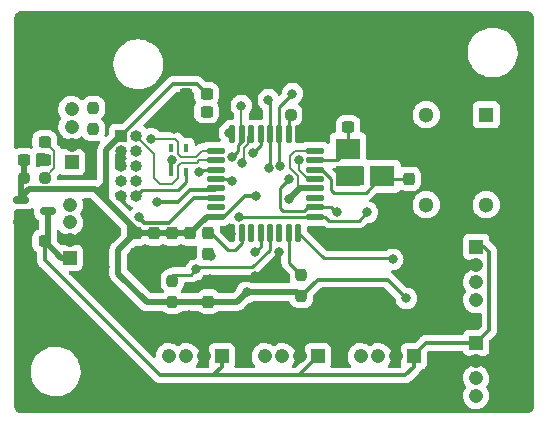
<source format=gbr>
%TF.GenerationSoftware,KiCad,Pcbnew,(6.0.11)*%
%TF.CreationDate,2024-05-16T18:38:15+09:00*%
%TF.ProjectId,active-marker-pcb,61637469-7665-42d6-9d61-726b65722d70,rev?*%
%TF.SameCoordinates,Original*%
%TF.FileFunction,Copper,L2,Bot*%
%TF.FilePolarity,Positive*%
%FSLAX46Y46*%
G04 Gerber Fmt 4.6, Leading zero omitted, Abs format (unit mm)*
G04 Created by KiCad (PCBNEW (6.0.11)) date 2024-05-16 18:38:15*
%MOMM*%
%LPD*%
G01*
G04 APERTURE LIST*
G04 Aperture macros list*
%AMRoundRect*
0 Rectangle with rounded corners*
0 $1 Rounding radius*
0 $2 $3 $4 $5 $6 $7 $8 $9 X,Y pos of 4 corners*
0 Add a 4 corners polygon primitive as box body*
4,1,4,$2,$3,$4,$5,$6,$7,$8,$9,$2,$3,0*
0 Add four circle primitives for the rounded corners*
1,1,$1+$1,$2,$3*
1,1,$1+$1,$4,$5*
1,1,$1+$1,$6,$7*
1,1,$1+$1,$8,$9*
0 Add four rect primitives between the rounded corners*
20,1,$1+$1,$2,$3,$4,$5,0*
20,1,$1+$1,$4,$5,$6,$7,0*
20,1,$1+$1,$6,$7,$8,$9,0*
20,1,$1+$1,$8,$9,$2,$3,0*%
G04 Aperture macros list end*
%TA.AperFunction,ComponentPad*%
%ADD10C,1.208000*%
%TD*%
%TA.AperFunction,ComponentPad*%
%ADD11R,1.208000X1.208000*%
%TD*%
%TA.AperFunction,ComponentPad*%
%ADD12R,1.000000X1.000000*%
%TD*%
%TA.AperFunction,ComponentPad*%
%ADD13O,1.000000X1.000000*%
%TD*%
%TA.AperFunction,ComponentPad*%
%ADD14R,1.300000X1.300000*%
%TD*%
%TA.AperFunction,ComponentPad*%
%ADD15C,1.300000*%
%TD*%
%TA.AperFunction,SMDPad,CuDef*%
%ADD16RoundRect,0.237500X-0.250000X-0.237500X0.250000X-0.237500X0.250000X0.237500X-0.250000X0.237500X0*%
%TD*%
%TA.AperFunction,SMDPad,CuDef*%
%ADD17RoundRect,0.125000X0.625000X0.125000X-0.625000X0.125000X-0.625000X-0.125000X0.625000X-0.125000X0*%
%TD*%
%TA.AperFunction,SMDPad,CuDef*%
%ADD18RoundRect,0.125000X0.125000X0.625000X-0.125000X0.625000X-0.125000X-0.625000X0.125000X-0.625000X0*%
%TD*%
%TA.AperFunction,SMDPad,CuDef*%
%ADD19RoundRect,0.237500X0.300000X0.237500X-0.300000X0.237500X-0.300000X-0.237500X0.300000X-0.237500X0*%
%TD*%
%TA.AperFunction,SMDPad,CuDef*%
%ADD20RoundRect,0.237500X0.237500X-0.287500X0.237500X0.287500X-0.237500X0.287500X-0.237500X-0.287500X0*%
%TD*%
%TA.AperFunction,SMDPad,CuDef*%
%ADD21RoundRect,0.237500X0.237500X-0.300000X0.237500X0.300000X-0.237500X0.300000X-0.237500X-0.300000X0*%
%TD*%
%TA.AperFunction,SMDPad,CuDef*%
%ADD22RoundRect,0.150000X-0.512500X-0.150000X0.512500X-0.150000X0.512500X0.150000X-0.512500X0.150000X0*%
%TD*%
%TA.AperFunction,SMDPad,CuDef*%
%ADD23RoundRect,0.237500X0.237500X-0.250000X0.237500X0.250000X-0.237500X0.250000X-0.237500X-0.250000X0*%
%TD*%
%TA.AperFunction,SMDPad,CuDef*%
%ADD24RoundRect,0.237500X-0.300000X-0.237500X0.300000X-0.237500X0.300000X0.237500X-0.300000X0.237500X0*%
%TD*%
%TA.AperFunction,SMDPad,CuDef*%
%ADD25RoundRect,0.237500X-0.237500X0.300000X-0.237500X-0.300000X0.237500X-0.300000X0.237500X0.300000X0*%
%TD*%
%TA.AperFunction,SMDPad,CuDef*%
%ADD26R,0.406400X0.711200*%
%TD*%
%TA.AperFunction,SMDPad,CuDef*%
%ADD27R,0.406400X0.203200*%
%TD*%
%TA.AperFunction,SMDPad,CuDef*%
%ADD28R,2.100000X1.800000*%
%TD*%
%TA.AperFunction,SMDPad,CuDef*%
%ADD29RoundRect,0.237500X-0.287500X-0.237500X0.287500X-0.237500X0.287500X0.237500X-0.287500X0.237500X0*%
%TD*%
%TA.AperFunction,ViaPad*%
%ADD30C,0.800000*%
%TD*%
%TA.AperFunction,Conductor*%
%ADD31C,0.300000*%
%TD*%
%TA.AperFunction,Conductor*%
%ADD32C,0.500000*%
%TD*%
%TA.AperFunction,Conductor*%
%ADD33C,1.000000*%
%TD*%
%TA.AperFunction,Conductor*%
%ADD34C,0.200000*%
%TD*%
%TA.AperFunction,Conductor*%
%ADD35C,0.250000*%
%TD*%
G04 APERTURE END LIST*
D10*
%TO.P,J3,1,Pin_1*%
%TO.N,/SPI_MOSI*%
X113574000Y-114707000D03*
%TO.P,J3,2,Pin_2*%
%TO.N,/D12*%
X115074000Y-114707000D03*
%TO.P,J3,3,Pin_3*%
%TO.N,GND*%
X116574000Y-114707000D03*
D11*
%TO.P,J3,4,Pin_4*%
%TO.N,+5V*%
X118074000Y-114707000D03*
%TD*%
D10*
%TO.P,J13,1,Pin_1*%
%TO.N,/CAN-*%
X105345000Y-93786000D03*
%TO.P,J13,2,Pin_2*%
%TO.N,/CAN+*%
X105345000Y-95286000D03*
%TO.P,J13,3,Pin_3*%
%TO.N,GND*%
X105345000Y-96786000D03*
D11*
%TO.P,J13,4,Pin_4*%
%TO.N,+5V*%
X105345000Y-98286000D03*
%TD*%
D10*
%TO.P,J2,1,Pin_1*%
%TO.N,/UART_RX*%
X105217000Y-101882000D03*
%TO.P,J2,2,Pin_2*%
%TO.N,/UART_TX*%
X105217000Y-103382000D03*
%TO.P,J2,3,Pin_3*%
%TO.N,GND*%
X105217000Y-104882000D03*
D11*
%TO.P,J2,4,Pin_4*%
%TO.N,+5V*%
X105217000Y-106382000D03*
%TD*%
D10*
%TO.P,J7,1,Pin_1*%
%TO.N,/D45*%
X139599000Y-109946000D03*
%TO.P,J7,2,Pin_2*%
%TO.N,/D56*%
X139599000Y-108446000D03*
%TO.P,J7,3,Pin_3*%
%TO.N,GND*%
X139599000Y-106946000D03*
D11*
%TO.P,J7,4,Pin_4*%
%TO.N,+5V*%
X139599000Y-105446000D03*
%TD*%
D10*
%TO.P,J5,1,Pin_1*%
%TO.N,/D23*%
X129830000Y-114707000D03*
%TO.P,J5,2,Pin_2*%
%TO.N,/D34*%
X131330000Y-114707000D03*
%TO.P,J5,3,Pin_3*%
%TO.N,GND*%
X132830000Y-114707000D03*
D11*
%TO.P,J5,4,Pin_4*%
%TO.N,+5V*%
X134330000Y-114707000D03*
%TD*%
D10*
%TO.P,J6,1,Pin_1*%
%TO.N,/D34*%
X139599000Y-118074000D03*
%TO.P,J6,2,Pin_2*%
%TO.N,/D45*%
X139599000Y-116574000D03*
%TO.P,J6,3,Pin_3*%
%TO.N,GND*%
X139599000Y-115074000D03*
D11*
%TO.P,J6,4,Pin_4*%
%TO.N,+5V*%
X139599000Y-113574000D03*
%TD*%
D10*
%TO.P,J4,1,Pin_1*%
%TO.N,/D12*%
X121702000Y-114707000D03*
%TO.P,J4,2,Pin_2*%
%TO.N,/D23*%
X123202000Y-114707000D03*
%TO.P,J4,3,Pin_3*%
%TO.N,GND*%
X124702000Y-114707000D03*
D11*
%TO.P,J4,4,Pin_4*%
%TO.N,+5V*%
X126202000Y-114707000D03*
%TD*%
D12*
%TO.P,J1,1,Pin_1*%
%TO.N,+3V3*%
X109562000Y-96026000D03*
D13*
%TO.P,J1,2,Pin_2*%
%TO.N,/SWDIO*%
X110832000Y-96026000D03*
%TO.P,J1,3,Pin_3*%
%TO.N,GND*%
X109562000Y-97296000D03*
%TO.P,J1,4,Pin_4*%
%TO.N,/SWCLK*%
X110832000Y-97296000D03*
%TO.P,J1,5,Pin_5*%
%TO.N,GND*%
X109562000Y-98566000D03*
%TO.P,J1,6,Pin_6*%
%TO.N,/SWO*%
X110832000Y-98566000D03*
%TO.P,J1,7,Pin_7*%
%TO.N,/NC1*%
X109562000Y-99836000D03*
%TO.P,J1,8,Pin_8*%
%TO.N,/NC2*%
X110832000Y-99836000D03*
%TO.P,J1,9,Pin_9*%
%TO.N,GND*%
X109562000Y-101106000D03*
%TO.P,J1,10,Pin_10*%
%TO.N,/~{NRST}*%
X110832000Y-101106000D03*
%TD*%
D14*
%TO.P,U1,1,1*%
%TO.N,/ID1*%
X140462000Y-94258000D03*
D15*
%TO.P,U1,2,2*%
%TO.N,/ID2*%
X135382000Y-101878000D03*
%TO.P,U1,4,4*%
%TO.N,/ID4*%
X135382000Y-94258000D03*
%TO.P,U1,8,8*%
%TO.N,/ID8*%
X140462000Y-101878000D03*
%TO.P,U1,C1,C1*%
%TO.N,GND*%
X137922000Y-94258000D03*
%TO.P,U1,C2,C2*%
X137922000Y-101878000D03*
%TD*%
D16*
%TO.P,R4,1*%
%TO.N,Net-(R4-Pad1)*%
X123889500Y-94258000D03*
%TO.P,R4,2*%
%TO.N,GND*%
X125714500Y-94258000D03*
%TD*%
D17*
%TO.P,U6,1,VDD*%
%TO.N,+3V3*%
X125929000Y-97300000D03*
%TO.P,U6,2,PF0*%
%TO.N,/OSC_IN*%
X125929000Y-98100000D03*
%TO.P,U6,3,PF1*%
%TO.N,/OSC_OUT*%
X125929000Y-98900000D03*
%TO.P,U6,4,NRST*%
%TO.N,/~{NRST}*%
X125929000Y-99700000D03*
%TO.P,U6,5,VDDA*%
%TO.N,+3V3*%
X125929000Y-100500000D03*
%TO.P,U6,6,PA0*%
%TO.N,unconnected-(U6-Pad6)*%
X125929000Y-101300000D03*
%TO.P,U6,7,PA1*%
%TO.N,/USER_SELECT1*%
X125929000Y-102100000D03*
%TO.P,U6,8,PA2*%
%TO.N,/USER_SELECT2*%
X125929000Y-102900000D03*
D18*
%TO.P,U6,9,PA3*%
%TO.N,/USER_VR*%
X124554000Y-104275000D03*
%TO.P,U6,10,PA4*%
%TO.N,/USER_BUTTON1*%
X123754000Y-104275000D03*
%TO.P,U6,11,PA5*%
%TO.N,/SPI_SCK*%
X122954000Y-104275000D03*
%TO.P,U6,12,PA6*%
%TO.N,/USER_BUTTON2*%
X122154000Y-104275000D03*
%TO.P,U6,13,PA7*%
%TO.N,/SPI_MOSI*%
X121354000Y-104275000D03*
%TO.P,U6,14,PB0*%
%TO.N,unconnected-(U6-Pad14)*%
X120554000Y-104275000D03*
%TO.P,U6,15,PB1*%
%TO.N,/USER_LED*%
X119754000Y-104275000D03*
%TO.P,U6,16,VSS*%
%TO.N,GND*%
X118954000Y-104275000D03*
D17*
%TO.P,U6,17,VDD*%
%TO.N,+3V3*%
X117579000Y-102900000D03*
%TO.P,U6,18,PA8*%
%TO.N,unconnected-(U6-Pad18)*%
X117579000Y-102100000D03*
%TO.P,U6,19,PA9*%
%TO.N,/UART_TX*%
X117579000Y-101300000D03*
%TO.P,U6,20,PA10*%
%TO.N,/UART_RX*%
X117579000Y-100500000D03*
%TO.P,U6,21,PA11*%
%TO.N,/CAN_RX*%
X117579000Y-99700000D03*
%TO.P,U6,22,PA12*%
%TO.N,/CAN_TX*%
X117579000Y-98900000D03*
%TO.P,U6,23,PA13*%
%TO.N,/SWDIO*%
X117579000Y-98100000D03*
%TO.P,U6,24,PA14*%
%TO.N,/SWCLK*%
X117579000Y-97300000D03*
D18*
%TO.P,U6,25,PA15*%
%TO.N,/ID4*%
X118954000Y-95925000D03*
%TO.P,U6,26,PB3*%
%TO.N,/ID1*%
X119754000Y-95925000D03*
%TO.P,U6,27,PB4*%
%TO.N,/ID8*%
X120554000Y-95925000D03*
%TO.P,U6,28,PB5*%
%TO.N,/ID2*%
X121354000Y-95925000D03*
%TO.P,U6,29,PB6*%
%TO.N,/I2C_SCL*%
X122154000Y-95925000D03*
%TO.P,U6,30,PB7*%
%TO.N,/I2C_SDA*%
X122954000Y-95925000D03*
%TO.P,U6,31,BOOT0*%
%TO.N,Net-(R4-Pad1)*%
X123754000Y-95925000D03*
%TO.P,U6,32,VSS*%
%TO.N,GND*%
X124554000Y-95925000D03*
%TD*%
D19*
%TO.P,C6,1*%
%TO.N,+3V3*%
X116774500Y-92480000D03*
%TO.P,C6,2*%
%TO.N,GND*%
X115049500Y-92480000D03*
%TD*%
D20*
%TO.P,D2,1,K*%
%TO.N,Net-(D2-Pad1)*%
X116928000Y-106055000D03*
%TO.P,D2,2,A*%
%TO.N,/USER_LED*%
X116928000Y-104305000D03*
%TD*%
D21*
%TO.P,C7,1*%
%TO.N,+3V3*%
X116928000Y-110082500D03*
%TO.P,C7,2*%
%TO.N,GND*%
X116928000Y-108357500D03*
%TD*%
D22*
%TO.P,U2,1,GND*%
%TO.N,GND*%
X101058500Y-103376000D03*
%TO.P,U2,2,VO*%
%TO.N,+3V3*%
X101058500Y-101476000D03*
%TO.P,U2,3,VI*%
%TO.N,+5V*%
X103333500Y-102426000D03*
%TD*%
D23*
%TO.P,R6,1*%
%TO.N,+3V3*%
X124802000Y-109648500D03*
%TO.P,R6,2*%
%TO.N,/USER_BUTTON1*%
X124802000Y-107823500D03*
%TD*%
D24*
%TO.P,C2,1*%
%TO.N,+3V3*%
X101333500Y-98068000D03*
%TO.P,C2,2*%
%TO.N,GND*%
X103058500Y-98068000D03*
%TD*%
D25*
%TO.P,C10,1*%
%TO.N,+3V3*%
X112356000Y-104317500D03*
%TO.P,C10,2*%
%TO.N,GND*%
X112356000Y-106042500D03*
%TD*%
%TO.P,C13,1*%
%TO.N,+3V3*%
X115404000Y-104317500D03*
%TO.P,C13,2*%
%TO.N,GND*%
X115404000Y-106042500D03*
%TD*%
D24*
%TO.P,C4,1*%
%TO.N,/OSC_IN*%
X128765500Y-95274000D03*
%TO.P,C4,2*%
%TO.N,GND*%
X130490500Y-95274000D03*
%TD*%
D23*
%TO.P,R1,1*%
%TO.N,+3V3*%
X113880000Y-110132500D03*
%TO.P,R1,2*%
%TO.N,/USER_BUTTON2*%
X113880000Y-108307500D03*
%TD*%
D25*
%TO.P,C9,1*%
%TO.N,+3V3*%
X110832000Y-104317500D03*
%TO.P,C9,2*%
%TO.N,GND*%
X110832000Y-106042500D03*
%TD*%
D19*
%TO.P,C1,1*%
%TO.N,+5V*%
X103058500Y-104966000D03*
%TO.P,C1,2*%
%TO.N,GND*%
X101333500Y-104966000D03*
%TD*%
%TO.P,C5,1*%
%TO.N,Net-(C5-Pad1)*%
X116774500Y-94004000D03*
%TO.P,C5,2*%
%TO.N,GND*%
X115049500Y-94004000D03*
%TD*%
D26*
%TO.P,RN2,1,R1.1*%
%TO.N,+3V3*%
X113727600Y-99071300D03*
%TO.P,RN2,2,R1.2*%
%TO.N,/~{NRST}*%
X115048400Y-99071300D03*
D27*
%TO.P,RN2,3,R2.1*%
%TO.N,+3V3*%
X113727600Y-98318063D03*
%TO.P,RN2,4,R2.2*%
%TO.N,/SWDIO*%
X115048400Y-98318063D03*
%TO.P,RN2,5,R3.1*%
%TO.N,+3V3*%
X113727600Y-97817937D03*
%TO.P,RN2,6,R3.2*%
%TO.N,/SWCLK*%
X115048400Y-97817937D03*
D26*
%TO.P,RN2,7*%
%TO.N,N/C*%
X113727600Y-97064700D03*
%TO.P,RN2,8*%
X115048400Y-97064700D03*
%TD*%
D25*
%TO.P,C11,1*%
%TO.N,+3V3*%
X113880000Y-104317500D03*
%TO.P,C11,2*%
%TO.N,GND*%
X113880000Y-106042500D03*
%TD*%
D16*
%TO.P,R5,1*%
%TO.N,+3V3*%
X101283500Y-99592000D03*
%TO.P,R5,2*%
%TO.N,Net-(D1-Pad2)*%
X103108500Y-99592000D03*
%TD*%
D21*
%TO.P,C3,1*%
%TO.N,/OSC_OUT*%
X133946000Y-99692500D03*
%TO.P,C3,2*%
%TO.N,GND*%
X133946000Y-97967500D03*
%TD*%
D28*
%TO.P,Y1,1,1*%
%TO.N,/OSC_IN*%
X128760000Y-97172000D03*
%TO.P,Y1,2,2*%
%TO.N,GND*%
X131660000Y-97172000D03*
%TO.P,Y1,3,3*%
%TO.N,/OSC_OUT*%
X131660000Y-99472000D03*
%TO.P,Y1,4,4*%
%TO.N,GND*%
X128760000Y-99472000D03*
%TD*%
D23*
%TO.P,R3,1*%
%TO.N,/CAN+*%
X107188000Y-95504000D03*
%TO.P,R3,2*%
%TO.N,/CAN-*%
X107188000Y-93679000D03*
%TD*%
D29*
%TO.P,D1,1,K*%
%TO.N,GND*%
X101321000Y-96544000D03*
%TO.P,D1,2,A*%
%TO.N,Net-(D1-Pad2)*%
X103071000Y-96544000D03*
%TD*%
D30*
%TO.N,GND*%
X127000000Y-89535000D03*
X130810000Y-89535000D03*
X115570000Y-89535000D03*
X127635000Y-93980000D03*
X111125000Y-106045000D03*
X101333500Y-104966000D03*
X101058500Y-103376000D03*
X136525000Y-104140000D03*
X127000000Y-104775000D03*
X118745000Y-111760000D03*
X112395000Y-112395000D03*
X108585000Y-109855000D03*
X131445000Y-109855000D03*
X127635000Y-110490000D03*
X129540000Y-105410000D03*
X139700000Y-97790000D03*
X142240000Y-107950000D03*
X142240000Y-118110000D03*
X132080000Y-118110000D03*
X124460000Y-118110000D03*
X115570000Y-118110000D03*
X109220000Y-116840000D03*
X101600000Y-109220000D03*
X123190000Y-110490000D03*
X131572000Y-97028000D03*
X117094000Y-108204000D03*
X122936000Y-105918000D03*
X114300000Y-106172000D03*
X101346000Y-96520000D03*
X120904000Y-107950000D03*
X118872000Y-104394000D03*
X113284000Y-94996000D03*
X134112000Y-98044000D03*
X115570000Y-105918000D03*
X115316000Y-111252000D03*
X122682000Y-107188000D03*
X106680000Y-107188000D03*
X114046000Y-95504000D03*
X122936000Y-91948000D03*
X102870000Y-98044000D03*
X108204000Y-107188000D03*
X130556000Y-94234000D03*
X128524000Y-99568000D03*
%TO.N,+3V3*%
X123786000Y-101370000D03*
X120992000Y-101116000D03*
X113880000Y-98068000D03*
X133692000Y-109812000D03*
X116774500Y-92480000D03*
X120170926Y-109300547D03*
%TO.N,Net-(C5-Pad1)*%
X116928000Y-94004000D03*
%TO.N,/SWCLK*%
X112093622Y-96298378D03*
%TO.N,/~{NRST}*%
X124579500Y-98068000D03*
%TO.N,/UART_RX*%
X112610000Y-101624000D03*
%TO.N,/UART_TX*%
X111086000Y-102960972D03*
%TO.N,/SPI_MOSI*%
X120899701Y-105913701D03*
%TO.N,Net-(D2-Pad1)*%
X117182000Y-106196000D03*
%TO.N,/CAN+*%
X107188000Y-95504000D03*
%TO.N,/CAN-*%
X107188000Y-93679000D03*
%TO.N,/USER_BUTTON2*%
X115912000Y-107365000D03*
%TO.N,/ID4*%
X118706000Y-95782000D03*
%TO.N,/ID1*%
X119722000Y-93496000D03*
X118960000Y-97851500D03*
%TO.N,/ID8*%
X119820778Y-98359500D03*
%TO.N,/ID2*%
X120682815Y-97504815D03*
%TO.N,/USER_BUTTON1*%
X124802000Y-107823500D03*
%TO.N,/USER_SELECT2*%
X130390000Y-102518000D03*
X119558033Y-102928983D03*
%TO.N,/USER_SELECT1*%
X127850000Y-102518000D03*
X123773300Y-99693600D03*
%TO.N,/I2C_SDA*%
X124040000Y-92480000D03*
X123024000Y-98576000D03*
%TO.N,/I2C_SCL*%
X122036628Y-98731236D03*
X122008000Y-92988000D03*
%TO.N,/USER_VR*%
X132542000Y-106512000D03*
%TO.N,/CAN_TX*%
X116166000Y-99084000D03*
%TO.N,/CAN_RX*%
X118960000Y-99846000D03*
%TD*%
D31*
%TO.N,+5V*%
X140302500Y-105446000D02*
X139599000Y-105446000D01*
X140716000Y-105859500D02*
X140302500Y-105446000D01*
X140716000Y-112457000D02*
X140716000Y-105859500D01*
X139599000Y-113574000D02*
X140716000Y-112457000D01*
X135346000Y-113574000D02*
X139599000Y-113574000D01*
X134330000Y-114590000D02*
X135346000Y-113574000D01*
X134330000Y-114707000D02*
X134330000Y-114590000D01*
X133604000Y-116332000D02*
X134330000Y-115606000D01*
X134330000Y-115606000D02*
X134330000Y-114707000D01*
X124577000Y-116332000D02*
X133604000Y-116332000D01*
X124577000Y-116332000D02*
X126202000Y-114707000D01*
X117348000Y-116332000D02*
X124577000Y-116332000D01*
X118074000Y-115606000D02*
X118074000Y-114707000D01*
X117348000Y-116332000D02*
X118074000Y-115606000D01*
X112840000Y-116332000D02*
X117348000Y-116332000D01*
X103058500Y-106550500D02*
X112840000Y-116332000D01*
X103058500Y-104966000D02*
X103058500Y-106550500D01*
D32*
X104474500Y-106382000D02*
X103058500Y-104966000D01*
X105217000Y-106382000D02*
X104474500Y-106382000D01*
X103333500Y-102426000D02*
X103333500Y-104691000D01*
X103333500Y-104691000D02*
X103058500Y-104966000D01*
D33*
%TO.N,GND*%
X101058500Y-103376000D02*
X101058500Y-104691000D01*
X101058500Y-104691000D02*
X101333500Y-104966000D01*
D32*
%TO.N,+3V3*%
X116810000Y-102900000D02*
X115392500Y-104317500D01*
X110302375Y-104714375D02*
X110699250Y-104317500D01*
X110302375Y-104714375D02*
X110302375Y-103565625D01*
X107784000Y-100608000D02*
X108292000Y-100608000D01*
D34*
X123879500Y-97720500D02*
X123879500Y-98809850D01*
X124548000Y-99478350D02*
X124548000Y-100392000D01*
D32*
X120227473Y-109244000D02*
X124397500Y-109244000D01*
X109308000Y-107720000D02*
X109308000Y-105708750D01*
X108292000Y-97222497D02*
X108292000Y-100100000D01*
X113880000Y-110132500D02*
X111720500Y-110132500D01*
D31*
X126222500Y-108228000D02*
X124802000Y-109648500D01*
X132108000Y-108228000D02*
X126222500Y-108228000D01*
X113727600Y-97817937D02*
X113727600Y-99071300D01*
D34*
X123879500Y-98809850D02*
X124548000Y-99478350D01*
D32*
X109562000Y-96026000D02*
X109488497Y-96026000D01*
X101058500Y-101476000D02*
X101058500Y-101237500D01*
X124397500Y-109244000D02*
X124802000Y-109648500D01*
D31*
X118233839Y-102900000D02*
X120017839Y-101116000D01*
D32*
X110932500Y-104164000D02*
X111086000Y-104317500D01*
X101712000Y-100584000D02*
X107352500Y-100584000D01*
X107596500Y-100828000D02*
X108292000Y-101523500D01*
X120170926Y-109300547D02*
X120227473Y-109244000D01*
X101058500Y-99817000D02*
X101283500Y-99592000D01*
X113930000Y-110082500D02*
X113880000Y-110132500D01*
X110120250Y-103351750D02*
X110318250Y-103549750D01*
X117579000Y-102900000D02*
X116810000Y-102900000D01*
X101058500Y-101237500D02*
X101712000Y-100584000D01*
X124656000Y-100500000D02*
X123786000Y-101370000D01*
X101283500Y-99592000D02*
X101283500Y-98118000D01*
X110374250Y-103605750D02*
X111086000Y-104317500D01*
X125929000Y-100500000D02*
X124656000Y-100500000D01*
X107596500Y-100828000D02*
X107596500Y-100795500D01*
X101058500Y-101476000D02*
X101058500Y-99817000D01*
D31*
X120017839Y-101116000D02*
X120992000Y-101116000D01*
D32*
X110302375Y-103565625D02*
X110318250Y-103549750D01*
X111720500Y-110132500D02*
X109308000Y-107720000D01*
D34*
X125929000Y-97300000D02*
X124300000Y-97300000D01*
D31*
X133692000Y-109812000D02*
X132108000Y-108228000D01*
D32*
X110318250Y-103549750D02*
X110374250Y-103605750D01*
D31*
X117579000Y-102900000D02*
X118233839Y-102900000D01*
D32*
X101283500Y-98118000D02*
X101333500Y-98068000D01*
X108292000Y-101523500D02*
X110120250Y-103351750D01*
X107784000Y-100608000D02*
X108292000Y-101116000D01*
X107596500Y-100795500D02*
X108292000Y-100100000D01*
X109488497Y-96026000D02*
X108292000Y-97222497D01*
D31*
X109562000Y-96026000D02*
X113933000Y-91655000D01*
D34*
X124300000Y-97300000D02*
X123879500Y-97720500D01*
D31*
X115949500Y-91655000D02*
X116774500Y-92480000D01*
D32*
X108292000Y-101116000D02*
X108292000Y-101523500D01*
X107596500Y-100795500D02*
X107784000Y-100608000D01*
X119388973Y-110082500D02*
X120170926Y-109300547D01*
D31*
X113933000Y-91655000D02*
X115949500Y-91655000D01*
D32*
X110699250Y-104317500D02*
X110832000Y-104317500D01*
D34*
X124548000Y-100392000D02*
X124656000Y-100500000D01*
D32*
X116928000Y-110082500D02*
X119388973Y-110082500D01*
X108292000Y-100608000D02*
X108292000Y-101116000D01*
X107352500Y-100584000D02*
X107596500Y-100828000D01*
X109308000Y-105708750D02*
X110302375Y-104714375D01*
X115392500Y-104317500D02*
X111086000Y-104317500D01*
X116928000Y-110082500D02*
X113930000Y-110082500D01*
X108292000Y-100100000D02*
X108292000Y-100608000D01*
D35*
%TO.N,/OSC_OUT*%
X127550000Y-100862000D02*
X130270000Y-100862000D01*
X126515396Y-98900000D02*
X127342000Y-99726604D01*
X127342000Y-99726604D02*
X127342000Y-100654000D01*
X127342000Y-100654000D02*
X127550000Y-100862000D01*
X130270000Y-100862000D02*
X131660000Y-99472000D01*
X125929000Y-98900000D02*
X126515396Y-98900000D01*
X133946000Y-99692500D02*
X131880500Y-99692500D01*
X131880500Y-99692500D02*
X131660000Y-99472000D01*
%TO.N,/OSC_IN*%
X127832000Y-98100000D02*
X125929000Y-98100000D01*
X128765500Y-97166500D02*
X128760000Y-97172000D01*
X128760000Y-97172000D02*
X127832000Y-98100000D01*
X128765500Y-95274000D02*
X128765500Y-97166500D01*
D34*
%TO.N,/SWDIO*%
X112864000Y-100100000D02*
X112356000Y-99592000D01*
X115048400Y-98318063D02*
X115941987Y-98318063D01*
X112356000Y-99592000D02*
X112356000Y-97550000D01*
X114642837Y-98318063D02*
X114388000Y-98572900D01*
X114388000Y-99592000D02*
X113880000Y-100100000D01*
X114388000Y-98572900D02*
X114388000Y-99592000D01*
X116160050Y-98100000D02*
X117579000Y-98100000D01*
X115048400Y-98318063D02*
X114642837Y-98318063D01*
X112356000Y-97550000D02*
X110832000Y-96026000D01*
X113880000Y-100100000D02*
X112864000Y-100100000D01*
X115941987Y-98318063D02*
X116160050Y-98100000D01*
%TO.N,/SWCLK*%
X114642837Y-97817937D02*
X115048400Y-97817937D01*
X112093622Y-96298378D02*
X114120078Y-96298378D01*
X114120078Y-96298378D02*
X114388000Y-96566300D01*
X116394364Y-97300000D02*
X117579000Y-97300000D01*
X114388000Y-97563100D02*
X114642837Y-97817937D01*
X114388000Y-96566300D02*
X114388000Y-97563100D01*
X115048400Y-97817937D02*
X115876427Y-97817937D01*
X115876427Y-97817937D02*
X116394364Y-97300000D01*
%TO.N,/~{NRST}*%
X124579500Y-98068000D02*
X124579500Y-98901541D01*
D35*
X115048400Y-99947600D02*
X115048400Y-99071300D01*
X114388000Y-100608000D02*
X115048400Y-99947600D01*
D34*
X125377959Y-99700000D02*
X125929000Y-99700000D01*
X124579500Y-98901541D02*
X125377959Y-99700000D01*
D35*
X111330000Y-100608000D02*
X114388000Y-100608000D01*
X110832000Y-101106000D02*
X111330000Y-100608000D01*
D31*
%TO.N,/UART_RX*%
X114388000Y-101624000D02*
X115404000Y-100608000D01*
X117471000Y-100608000D02*
X117579000Y-100500000D01*
X112610000Y-101624000D02*
X114388000Y-101624000D01*
X115404000Y-100608000D02*
X117471000Y-100608000D01*
%TO.N,/UART_TX*%
X113638000Y-103390000D02*
X111515028Y-103390000D01*
X117579000Y-101300000D02*
X115728000Y-101300000D01*
X115728000Y-101300000D02*
X113638000Y-103390000D01*
X111515028Y-103390000D02*
X111086000Y-102960972D01*
D35*
%TO.N,/SPI_MOSI*%
X121346500Y-105475500D02*
X121346500Y-104282500D01*
X120908299Y-105913701D02*
X121346500Y-105475500D01*
X120899701Y-105913701D02*
X120908299Y-105913701D01*
X121346500Y-104282500D02*
X121354000Y-104275000D01*
%TO.N,/USER_BUTTON2*%
X120650707Y-107188000D02*
X116089000Y-107188000D01*
X122154000Y-104275000D02*
X122154000Y-105684707D01*
X115453500Y-107823500D02*
X115912000Y-107365000D01*
X116089000Y-107188000D02*
X115912000Y-107365000D01*
X122154000Y-105684707D02*
X120650707Y-107188000D01*
X113880000Y-107823500D02*
X115453500Y-107823500D01*
%TO.N,/USER_LED*%
X118565000Y-105688000D02*
X117182000Y-104305000D01*
X119754000Y-105148000D02*
X119214000Y-105688000D01*
X119754000Y-104275000D02*
X119754000Y-105148000D01*
X119214000Y-105688000D02*
X118565000Y-105688000D01*
%TO.N,Net-(R4-Pad1)*%
X123754000Y-95925000D02*
X123754000Y-94376500D01*
%TO.N,/ID1*%
X119754000Y-96512000D02*
X119754000Y-95925000D01*
X119468000Y-97343500D02*
X119468000Y-96798000D01*
D34*
X119722000Y-95893000D02*
X119754000Y-95925000D01*
D35*
X118960000Y-97851500D02*
X119468000Y-97343500D01*
D34*
X119722000Y-93496000D02*
X119722000Y-95893000D01*
D35*
X119468000Y-96798000D02*
X119754000Y-96512000D01*
D34*
%TO.N,/ID8*%
X120304000Y-96175000D02*
X120554000Y-95925000D01*
X119820778Y-98359500D02*
X119976000Y-98204278D01*
X120304000Y-96726041D02*
X120304000Y-96175000D01*
X119976000Y-97054041D02*
X120304000Y-96726041D01*
X119976000Y-98204278D02*
X119976000Y-97054041D01*
D35*
%TO.N,/ID2*%
X120682815Y-97504815D02*
X121354000Y-96833630D01*
X121354000Y-96833630D02*
X121354000Y-95925000D01*
%TO.N,/USER_BUTTON1*%
X123754000Y-106775500D02*
X124802000Y-107823500D01*
X123754000Y-104275000D02*
X123754000Y-106775500D01*
%TO.N,/USER_SELECT2*%
X127183000Y-103243000D02*
X126840000Y-102900000D01*
X125900017Y-102928983D02*
X125929000Y-102900000D01*
X126840000Y-102900000D02*
X125929000Y-102900000D01*
X119558033Y-102928983D02*
X125900017Y-102928983D01*
X130390000Y-102518000D02*
X129665000Y-103243000D01*
X129665000Y-103243000D02*
X127183000Y-103243000D01*
%TO.N,/USER_SELECT1*%
X123024000Y-100442900D02*
X123024000Y-102132000D01*
X123278000Y-102386000D02*
X125056604Y-102386000D01*
X125056604Y-102386000D02*
X125342604Y-102100000D01*
X127728000Y-102518000D02*
X127310000Y-102100000D01*
X127850000Y-102518000D02*
X127728000Y-102518000D01*
X127310000Y-102100000D02*
X125929000Y-102100000D01*
X125342604Y-102100000D02*
X125929000Y-102100000D01*
X123024000Y-102132000D02*
X123278000Y-102386000D01*
X123773300Y-99693600D02*
X123024000Y-100442900D01*
%TO.N,/I2C_SDA*%
X122954000Y-93566000D02*
X124040000Y-92480000D01*
X122954000Y-95925000D02*
X122954000Y-93566000D01*
X122954000Y-98506000D02*
X123024000Y-98576000D01*
X122954000Y-95925000D02*
X122954000Y-98506000D01*
%TO.N,/I2C_SCL*%
X122154000Y-95925000D02*
X122154000Y-93134000D01*
X122154000Y-98613864D02*
X122154000Y-95925000D01*
X122154000Y-93134000D02*
X122008000Y-92988000D01*
X122036628Y-98731236D02*
X122154000Y-98613864D01*
%TO.N,/USER_VR*%
X132542000Y-106512000D02*
X132456000Y-106426000D01*
X126705000Y-106426000D02*
X124554000Y-104275000D01*
X132456000Y-106426000D02*
X126705000Y-106426000D01*
%TO.N,/CAN_TX*%
X117579000Y-98900000D02*
X116350000Y-98900000D01*
X116350000Y-98900000D02*
X116166000Y-99084000D01*
%TO.N,/CAN_RX*%
X117579000Y-99700000D02*
X118814000Y-99700000D01*
X118814000Y-99700000D02*
X118960000Y-99846000D01*
D34*
%TO.N,Net-(D1-Pad2)*%
X103896000Y-97369000D02*
X103896000Y-98804500D01*
X103071000Y-96544000D02*
X103896000Y-97369000D01*
X103896000Y-98804500D02*
X103108500Y-99592000D01*
%TD*%
%TA.AperFunction,Conductor*%
%TO.N,GND*%
G36*
X143970018Y-85510000D02*
G01*
X143984852Y-85512310D01*
X143984855Y-85512310D01*
X143993724Y-85513691D01*
X144002626Y-85512527D01*
X144002750Y-85512511D01*
X144033192Y-85512240D01*
X144040621Y-85513077D01*
X144095264Y-85519234D01*
X144122771Y-85525513D01*
X144199853Y-85552485D01*
X144225274Y-85564727D01*
X144294426Y-85608178D01*
X144316485Y-85625770D01*
X144374230Y-85683515D01*
X144391822Y-85705574D01*
X144435273Y-85774726D01*
X144447515Y-85800147D01*
X144474487Y-85877228D01*
X144480766Y-85904736D01*
X144487018Y-85960226D01*
X144486923Y-85975868D01*
X144487800Y-85975879D01*
X144487690Y-85984851D01*
X144486309Y-85993724D01*
X144487473Y-86002626D01*
X144487473Y-86002628D01*
X144490436Y-86025283D01*
X144491500Y-86041621D01*
X144491500Y-118950633D01*
X144490000Y-118970018D01*
X144486309Y-118993724D01*
X144487473Y-119002626D01*
X144487489Y-119002750D01*
X144487760Y-119033192D01*
X144485566Y-119052662D01*
X144480766Y-119095264D01*
X144474487Y-119122771D01*
X144447515Y-119199853D01*
X144435273Y-119225274D01*
X144391822Y-119294426D01*
X144374230Y-119316485D01*
X144316485Y-119374230D01*
X144294426Y-119391822D01*
X144225274Y-119435273D01*
X144199853Y-119447515D01*
X144122772Y-119474487D01*
X144095264Y-119480766D01*
X144039774Y-119487018D01*
X144024132Y-119486923D01*
X144024121Y-119487800D01*
X144015149Y-119487690D01*
X144006276Y-119486309D01*
X143997374Y-119487473D01*
X143997372Y-119487473D01*
X143986385Y-119488910D01*
X143974714Y-119490436D01*
X143958379Y-119491500D01*
X101049367Y-119491500D01*
X101029982Y-119490000D01*
X101015148Y-119487690D01*
X101015145Y-119487690D01*
X101006276Y-119486309D01*
X100997374Y-119487473D01*
X100997250Y-119487489D01*
X100966808Y-119487760D01*
X100946130Y-119485430D01*
X100904736Y-119480766D01*
X100877229Y-119474487D01*
X100800147Y-119447515D01*
X100774726Y-119435273D01*
X100705574Y-119391822D01*
X100683515Y-119374230D01*
X100625770Y-119316485D01*
X100608178Y-119294426D01*
X100564727Y-119225274D01*
X100552485Y-119199853D01*
X100525513Y-119122772D01*
X100519234Y-119095266D01*
X100514795Y-119055872D01*
X100513170Y-119041447D01*
X100512888Y-119016640D01*
X100513576Y-119012552D01*
X100513729Y-119000000D01*
X100509773Y-118972376D01*
X100508500Y-118954514D01*
X100508500Y-116132703D01*
X101890743Y-116132703D01*
X101891302Y-116136947D01*
X101891302Y-116136951D01*
X101893084Y-116150488D01*
X101928268Y-116417734D01*
X102004129Y-116695036D01*
X102005813Y-116698984D01*
X102114782Y-116954456D01*
X102116923Y-116959476D01*
X102264561Y-117206161D01*
X102444313Y-117430528D01*
X102652851Y-117628423D01*
X102886317Y-117796186D01*
X102890112Y-117798195D01*
X102890113Y-117798196D01*
X102911869Y-117809715D01*
X103140392Y-117930712D01*
X103410373Y-118029511D01*
X103691264Y-118090755D01*
X103719841Y-118093004D01*
X103914282Y-118108307D01*
X103914291Y-118108307D01*
X103916739Y-118108500D01*
X104072271Y-118108500D01*
X104074407Y-118108354D01*
X104074418Y-118108354D01*
X104282548Y-118094165D01*
X104282554Y-118094164D01*
X104286825Y-118093873D01*
X104291020Y-118093004D01*
X104291022Y-118093004D01*
X104496175Y-118050519D01*
X104524018Y-118044753D01*
X138482117Y-118044753D01*
X138495489Y-118248779D01*
X138545819Y-118446951D01*
X138631419Y-118632633D01*
X138749424Y-118799606D01*
X138895882Y-118942279D01*
X138900678Y-118945484D01*
X138900681Y-118945486D01*
X139006340Y-119016084D01*
X139065887Y-119055872D01*
X139071190Y-119058150D01*
X139071193Y-119058152D01*
X139160518Y-119096529D01*
X139253746Y-119136583D01*
X139350772Y-119158538D01*
X139447532Y-119180433D01*
X139447535Y-119180433D01*
X139453168Y-119181708D01*
X139458939Y-119181935D01*
X139458941Y-119181935D01*
X139521646Y-119184398D01*
X139657473Y-119189735D01*
X139776344Y-119172500D01*
X139854099Y-119161226D01*
X139854103Y-119161225D01*
X139859821Y-119160396D01*
X139865293Y-119158538D01*
X139865295Y-119158538D01*
X140047965Y-119096529D01*
X140053433Y-119094673D01*
X140231826Y-118994768D01*
X140389026Y-118864026D01*
X140519768Y-118706826D01*
X140619673Y-118528433D01*
X140685396Y-118334821D01*
X140697872Y-118248779D01*
X140714202Y-118136147D01*
X140714735Y-118132473D01*
X140716266Y-118074000D01*
X140697557Y-117870394D01*
X140689467Y-117841707D01*
X140643627Y-117679172D01*
X140642058Y-117673608D01*
X140551626Y-117490230D01*
X140484477Y-117400307D01*
X140459745Y-117333757D01*
X140474919Y-117264401D01*
X140488560Y-117244350D01*
X140516071Y-117211271D01*
X140519768Y-117206826D01*
X140619673Y-117028433D01*
X140675646Y-116863544D01*
X140683538Y-116840295D01*
X140683538Y-116840293D01*
X140685396Y-116834821D01*
X140687473Y-116820501D01*
X140702639Y-116715898D01*
X140714735Y-116632473D01*
X140716266Y-116574000D01*
X140697557Y-116370394D01*
X140689467Y-116341707D01*
X140643627Y-116179172D01*
X140642058Y-116173608D01*
X140551626Y-115990230D01*
X140447163Y-115850337D01*
X140432743Y-115831027D01*
X140432743Y-115831026D01*
X140429290Y-115826403D01*
X140279148Y-115687613D01*
X140106228Y-115578509D01*
X140073802Y-115565572D01*
X139984615Y-115529990D01*
X139916321Y-115502743D01*
X139910653Y-115501616D01*
X139910651Y-115501615D01*
X139721454Y-115463982D01*
X139721450Y-115463982D01*
X139715786Y-115462855D01*
X139710011Y-115462779D01*
X139710007Y-115462779D01*
X139607466Y-115461437D01*
X139511340Y-115460178D01*
X139505643Y-115461157D01*
X139505642Y-115461157D01*
X139489202Y-115463982D01*
X139309830Y-115494804D01*
X139118005Y-115565572D01*
X139113044Y-115568524D01*
X139113043Y-115568524D01*
X138966311Y-115655821D01*
X138942288Y-115670113D01*
X138788564Y-115804925D01*
X138784992Y-115809456D01*
X138674092Y-115950132D01*
X138661982Y-115965493D01*
X138659294Y-115970602D01*
X138569470Y-116141329D01*
X138569468Y-116141334D01*
X138566781Y-116146441D01*
X138506149Y-116341707D01*
X138482117Y-116544753D01*
X138495489Y-116748779D01*
X138496911Y-116754378D01*
X138540721Y-116926876D01*
X138545819Y-116946951D01*
X138548236Y-116952194D01*
X138558695Y-116974882D01*
X138631419Y-117132633D01*
X138683854Y-117206826D01*
X138715605Y-117251753D01*
X138738586Y-117318927D01*
X138721602Y-117387862D01*
X138711658Y-117402479D01*
X138674463Y-117449661D01*
X138661982Y-117465493D01*
X138659294Y-117470602D01*
X138569470Y-117641329D01*
X138569468Y-117641334D01*
X138566781Y-117646441D01*
X138556618Y-117679172D01*
X138516083Y-117809715D01*
X138506149Y-117841707D01*
X138482117Y-118044753D01*
X104524018Y-118044753D01*
X104568342Y-118035574D01*
X104839343Y-117939607D01*
X105029021Y-117841707D01*
X105091005Y-117809715D01*
X105091006Y-117809715D01*
X105094812Y-117807750D01*
X105098313Y-117805289D01*
X105098317Y-117805287D01*
X105316476Y-117651962D01*
X105330023Y-117642441D01*
X105488246Y-117495411D01*
X105537479Y-117449661D01*
X105537481Y-117449658D01*
X105540622Y-117446740D01*
X105722713Y-117224268D01*
X105872927Y-116979142D01*
X105876078Y-116971965D01*
X105986757Y-116719830D01*
X105988483Y-116715898D01*
X106067244Y-116439406D01*
X106107751Y-116154784D01*
X106107822Y-116141329D01*
X106109235Y-115871583D01*
X106109235Y-115871576D01*
X106109257Y-115867297D01*
X106103026Y-115819963D01*
X106080303Y-115647371D01*
X106071732Y-115582266D01*
X106066619Y-115563574D01*
X105997003Y-115309103D01*
X105995871Y-115304964D01*
X105936800Y-115166474D01*
X105884763Y-115044476D01*
X105884761Y-115044472D01*
X105883077Y-115040524D01*
X105735439Y-114793839D01*
X105555687Y-114569472D01*
X105347149Y-114371577D01*
X105113683Y-114203814D01*
X105091843Y-114192250D01*
X105068654Y-114179972D01*
X104859608Y-114069288D01*
X104589627Y-113970489D01*
X104308736Y-113909245D01*
X104277685Y-113906801D01*
X104085718Y-113891693D01*
X104085709Y-113891693D01*
X104083261Y-113891500D01*
X103927729Y-113891500D01*
X103925593Y-113891646D01*
X103925582Y-113891646D01*
X103717452Y-113905835D01*
X103717446Y-113905836D01*
X103713175Y-113906127D01*
X103708980Y-113906996D01*
X103708978Y-113906996D01*
X103578001Y-113934120D01*
X103431658Y-113964426D01*
X103160657Y-114060393D01*
X102905188Y-114192250D01*
X102901687Y-114194711D01*
X102901683Y-114194713D01*
X102819458Y-114252502D01*
X102669977Y-114357559D01*
X102597719Y-114424705D01*
X102466500Y-114546642D01*
X102459378Y-114553260D01*
X102277287Y-114775732D01*
X102127073Y-115020858D01*
X102125347Y-115024791D01*
X102125346Y-115024792D01*
X102098831Y-115085194D01*
X102011517Y-115284102D01*
X102010342Y-115288229D01*
X102010341Y-115288230D01*
X101989176Y-115362531D01*
X101932756Y-115560594D01*
X101892249Y-115845216D01*
X101892227Y-115849505D01*
X101892226Y-115849512D01*
X101890765Y-116128417D01*
X101890743Y-116132703D01*
X100508500Y-116132703D01*
X100508500Y-102410500D01*
X100528502Y-102342379D01*
X100582158Y-102295886D01*
X100634500Y-102284500D01*
X101637502Y-102284500D01*
X101639950Y-102284307D01*
X101639958Y-102284307D01*
X101668421Y-102282067D01*
X101668426Y-102282066D01*
X101674831Y-102281562D01*
X101783067Y-102250117D01*
X101826988Y-102237357D01*
X101826990Y-102237356D01*
X101834601Y-102235145D01*
X101972363Y-102153672D01*
X102041177Y-102136214D01*
X102108508Y-102158731D01*
X102152978Y-102214075D01*
X102162500Y-102262127D01*
X102162500Y-102642502D01*
X102162693Y-102644950D01*
X102162693Y-102644958D01*
X102164870Y-102672608D01*
X102165438Y-102679831D01*
X102211855Y-102839601D01*
X102215892Y-102846427D01*
X102292509Y-102975980D01*
X102292511Y-102975983D01*
X102296547Y-102982807D01*
X102414193Y-103100453D01*
X102513140Y-103158970D01*
X102561592Y-103210863D01*
X102575000Y-103267423D01*
X102575000Y-103912480D01*
X102554998Y-103980601D01*
X102501342Y-104027094D01*
X102488875Y-104032004D01*
X102439893Y-104048346D01*
X102291969Y-104139884D01*
X102286796Y-104145066D01*
X102174242Y-104257816D01*
X102174238Y-104257821D01*
X102169071Y-104262997D01*
X102165231Y-104269227D01*
X102165230Y-104269228D01*
X102106891Y-104363872D01*
X102077791Y-104411080D01*
X102023026Y-104576191D01*
X102022326Y-104583027D01*
X102022325Y-104583030D01*
X102020207Y-104603703D01*
X102012500Y-104678928D01*
X102012500Y-105253072D01*
X102012837Y-105256318D01*
X102012837Y-105256322D01*
X102020211Y-105327385D01*
X102023293Y-105357093D01*
X102025474Y-105363629D01*
X102025474Y-105363631D01*
X102051806Y-105442558D01*
X102078346Y-105522107D01*
X102169884Y-105670031D01*
X102175066Y-105675204D01*
X102287816Y-105787758D01*
X102287821Y-105787762D01*
X102292997Y-105792929D01*
X102299229Y-105796771D01*
X102299231Y-105796772D01*
X102340117Y-105821975D01*
X102387610Y-105874747D01*
X102400000Y-105929234D01*
X102400000Y-106468444D01*
X102399441Y-106480300D01*
X102397712Y-106488037D01*
X102398671Y-106518565D01*
X102399938Y-106558869D01*
X102400000Y-106562827D01*
X102400000Y-106591932D01*
X102400556Y-106596332D01*
X102401488Y-106608164D01*
X102402938Y-106654331D01*
X102405150Y-106661944D01*
X102405150Y-106661945D01*
X102408919Y-106674916D01*
X102412930Y-106694282D01*
X102415618Y-106715564D01*
X102418534Y-106722929D01*
X102418535Y-106722933D01*
X102432626Y-106758521D01*
X102436465Y-106769731D01*
X102449355Y-106814100D01*
X102460275Y-106832565D01*
X102468966Y-106850305D01*
X102476865Y-106870256D01*
X102504016Y-106907626D01*
X102510533Y-106917548D01*
X102530007Y-106950477D01*
X102530010Y-106950481D01*
X102534047Y-106957307D01*
X102549211Y-106972471D01*
X102562051Y-106987504D01*
X102574659Y-107004857D01*
X102606427Y-107031138D01*
X102610252Y-107034302D01*
X102619032Y-107042292D01*
X112316345Y-116739605D01*
X112324335Y-116748385D01*
X112328584Y-116755080D01*
X112334362Y-116760506D01*
X112334363Y-116760507D01*
X112380257Y-116803604D01*
X112383099Y-116806359D01*
X112403667Y-116826927D01*
X112407170Y-116829644D01*
X112416195Y-116837352D01*
X112449867Y-116868972D01*
X112456818Y-116872793D01*
X112456819Y-116872794D01*
X112468658Y-116879303D01*
X112485182Y-116890157D01*
X112495271Y-116897982D01*
X112502132Y-116903304D01*
X112509404Y-116906451D01*
X112509406Y-116906452D01*
X112544535Y-116921654D01*
X112555195Y-116926876D01*
X112585168Y-116943354D01*
X112595663Y-116949124D01*
X112616441Y-116954459D01*
X112635131Y-116960858D01*
X112654824Y-116969380D01*
X112695833Y-116975875D01*
X112700448Y-116976606D01*
X112712071Y-116979013D01*
X112736754Y-116985350D01*
X112756812Y-116990500D01*
X112778259Y-116990500D01*
X112797969Y-116992051D01*
X112819152Y-116995406D01*
X112865141Y-116991059D01*
X112876996Y-116990500D01*
X117265944Y-116990500D01*
X117277800Y-116991059D01*
X117277803Y-116991059D01*
X117285537Y-116992788D01*
X117356369Y-116990562D01*
X117360327Y-116990500D01*
X124494944Y-116990500D01*
X124506800Y-116991059D01*
X124506803Y-116991059D01*
X124514537Y-116992788D01*
X124585369Y-116990562D01*
X124589327Y-116990500D01*
X133521944Y-116990500D01*
X133533800Y-116991059D01*
X133533803Y-116991059D01*
X133541537Y-116992788D01*
X133612369Y-116990562D01*
X133616327Y-116990500D01*
X133645432Y-116990500D01*
X133649832Y-116989944D01*
X133661664Y-116989012D01*
X133707831Y-116987562D01*
X133728421Y-116981580D01*
X133747782Y-116977570D01*
X133755416Y-116976606D01*
X133761204Y-116975875D01*
X133761205Y-116975875D01*
X133769064Y-116974882D01*
X133776429Y-116971966D01*
X133776433Y-116971965D01*
X133812021Y-116957874D01*
X133823231Y-116954035D01*
X133867600Y-116941145D01*
X133886065Y-116930225D01*
X133903805Y-116921534D01*
X133923756Y-116913635D01*
X133961129Y-116886482D01*
X133971048Y-116879967D01*
X134003977Y-116860493D01*
X134003981Y-116860490D01*
X134010807Y-116856453D01*
X134025971Y-116841289D01*
X134041005Y-116828448D01*
X134058357Y-116815841D01*
X134087803Y-116780247D01*
X134095792Y-116771468D01*
X134737605Y-116129655D01*
X134746385Y-116121665D01*
X134746387Y-116121663D01*
X134753080Y-116117416D01*
X134801605Y-116065742D01*
X134804359Y-116062901D01*
X134824927Y-116042333D01*
X134827647Y-116038826D01*
X134835353Y-116029804D01*
X134861544Y-116001913D01*
X134866972Y-115996133D01*
X134872761Y-115985603D01*
X134877303Y-115977342D01*
X134888157Y-115960818D01*
X134896445Y-115950132D01*
X134901304Y-115943868D01*
X134904452Y-115936594D01*
X134919654Y-115901465D01*
X134924876Y-115890806D01*
X134931330Y-115879066D01*
X134981675Y-115829007D01*
X135028134Y-115814503D01*
X135030245Y-115814274D01*
X135044316Y-115812745D01*
X135180705Y-115761615D01*
X135297261Y-115674261D01*
X135384615Y-115557705D01*
X135435745Y-115421316D01*
X135442500Y-115359134D01*
X135442500Y-114460950D01*
X135462502Y-114392829D01*
X135479405Y-114371855D01*
X135581855Y-114269405D01*
X135644167Y-114235379D01*
X135670950Y-114232500D01*
X138385003Y-114232500D01*
X138453124Y-114252502D01*
X138499617Y-114306158D01*
X138502985Y-114314271D01*
X138544385Y-114424705D01*
X138631739Y-114541261D01*
X138748295Y-114628615D01*
X138884684Y-114679745D01*
X138946866Y-114686500D01*
X140251134Y-114686500D01*
X140313316Y-114679745D01*
X140449705Y-114628615D01*
X140566261Y-114541261D01*
X140653615Y-114424705D01*
X140704745Y-114288316D01*
X140711500Y-114226134D01*
X140711500Y-113444950D01*
X140731502Y-113376829D01*
X140748405Y-113355855D01*
X141123605Y-112980655D01*
X141132385Y-112972665D01*
X141132387Y-112972663D01*
X141139080Y-112968416D01*
X141177797Y-112927187D01*
X141187604Y-112916743D01*
X141190359Y-112913901D01*
X141210927Y-112893333D01*
X141213647Y-112889826D01*
X141221353Y-112880804D01*
X141247544Y-112852913D01*
X141252972Y-112847133D01*
X141260341Y-112833729D01*
X141263303Y-112828342D01*
X141274157Y-112811818D01*
X141282445Y-112801132D01*
X141287304Y-112794868D01*
X141290452Y-112787594D01*
X141305654Y-112752465D01*
X141310876Y-112741805D01*
X141329305Y-112708284D01*
X141329306Y-112708282D01*
X141333124Y-112701337D01*
X141338459Y-112680559D01*
X141344858Y-112661869D01*
X141353380Y-112642176D01*
X141360606Y-112596552D01*
X141363013Y-112584929D01*
X141372528Y-112547868D01*
X141374500Y-112540188D01*
X141374500Y-112518741D01*
X141376051Y-112499031D01*
X141378166Y-112485677D01*
X141379406Y-112477848D01*
X141375059Y-112431859D01*
X141374500Y-112420004D01*
X141374500Y-105941556D01*
X141375059Y-105929700D01*
X141375059Y-105929697D01*
X141376788Y-105921963D01*
X141374562Y-105851131D01*
X141374500Y-105847173D01*
X141374500Y-105818068D01*
X141373944Y-105813668D01*
X141373012Y-105801830D01*
X141372733Y-105792929D01*
X141371562Y-105755669D01*
X141365580Y-105735079D01*
X141361570Y-105715716D01*
X141359875Y-105702296D01*
X141359875Y-105702295D01*
X141358882Y-105694436D01*
X141355966Y-105687071D01*
X141355965Y-105687067D01*
X141341874Y-105651479D01*
X141338035Y-105640269D01*
X141325145Y-105595900D01*
X141314229Y-105577443D01*
X141305534Y-105559693D01*
X141297635Y-105539744D01*
X141292957Y-105533305D01*
X141270477Y-105502364D01*
X141263960Y-105492443D01*
X141249327Y-105467700D01*
X141240452Y-105452693D01*
X141225291Y-105437532D01*
X141212449Y-105422497D01*
X141212029Y-105421919D01*
X141199841Y-105405143D01*
X141164248Y-105375698D01*
X141155467Y-105367708D01*
X140826151Y-105038391D01*
X140818163Y-105029612D01*
X140813916Y-105022920D01*
X140762241Y-104974394D01*
X140759400Y-104971640D01*
X140748405Y-104960645D01*
X140714379Y-104898333D01*
X140711500Y-104871550D01*
X140711500Y-104793866D01*
X140704745Y-104731684D01*
X140653615Y-104595295D01*
X140566261Y-104478739D01*
X140449705Y-104391385D01*
X140313316Y-104340255D01*
X140251134Y-104333500D01*
X138946866Y-104333500D01*
X138884684Y-104340255D01*
X138748295Y-104391385D01*
X138631739Y-104478739D01*
X138544385Y-104595295D01*
X138493255Y-104731684D01*
X138486500Y-104793866D01*
X138486500Y-106098134D01*
X138493255Y-106160316D01*
X138544385Y-106296705D01*
X138631739Y-106413261D01*
X138748295Y-106500615D01*
X138884684Y-106551745D01*
X138946866Y-106558500D01*
X139931500Y-106558500D01*
X139999621Y-106578502D01*
X140046114Y-106632158D01*
X140057500Y-106684500D01*
X140057500Y-107249294D01*
X140037498Y-107317415D01*
X139983842Y-107363908D01*
X139906919Y-107372873D01*
X139861687Y-107363876D01*
X139721454Y-107335982D01*
X139721450Y-107335982D01*
X139715786Y-107334855D01*
X139710011Y-107334779D01*
X139710007Y-107334779D01*
X139607466Y-107333437D01*
X139511340Y-107332178D01*
X139505643Y-107333157D01*
X139505642Y-107333157D01*
X139315527Y-107365825D01*
X139309830Y-107366804D01*
X139118005Y-107437572D01*
X139113044Y-107440524D01*
X139113043Y-107440524D01*
X138957258Y-107533207D01*
X138942288Y-107542113D01*
X138788564Y-107676925D01*
X138784992Y-107681456D01*
X138674982Y-107821003D01*
X138661982Y-107837493D01*
X138659294Y-107842602D01*
X138569470Y-108013329D01*
X138569468Y-108013334D01*
X138566781Y-108018441D01*
X138541449Y-108100024D01*
X138510250Y-108200500D01*
X138506149Y-108213707D01*
X138482117Y-108416753D01*
X138495489Y-108620779D01*
X138545819Y-108818951D01*
X138631419Y-109004633D01*
X138702798Y-109105631D01*
X138715605Y-109123753D01*
X138738586Y-109190927D01*
X138721602Y-109259862D01*
X138711658Y-109274479D01*
X138672619Y-109324000D01*
X138661982Y-109337493D01*
X138659294Y-109342602D01*
X138569470Y-109513329D01*
X138569468Y-109513334D01*
X138566781Y-109518441D01*
X138547564Y-109580330D01*
X138526412Y-109648451D01*
X138506149Y-109713707D01*
X138482117Y-109916753D01*
X138495489Y-110120779D01*
X138545819Y-110318951D01*
X138631419Y-110504633D01*
X138749424Y-110671606D01*
X138776071Y-110697564D01*
X138845638Y-110765333D01*
X138895882Y-110814279D01*
X138900678Y-110817484D01*
X138900681Y-110817486D01*
X139033394Y-110906161D01*
X139065887Y-110927872D01*
X139071190Y-110930150D01*
X139071193Y-110930152D01*
X139175510Y-110974970D01*
X139253746Y-111008583D01*
X139312214Y-111021813D01*
X139447532Y-111052433D01*
X139447535Y-111052433D01*
X139453168Y-111053708D01*
X139458939Y-111053935D01*
X139458941Y-111053935D01*
X139521646Y-111056398D01*
X139657473Y-111061735D01*
X139776344Y-111044500D01*
X139854099Y-111033226D01*
X139854103Y-111033225D01*
X139859821Y-111032396D01*
X139865293Y-111030538D01*
X139865299Y-111030537D01*
X139890999Y-111021813D01*
X139961934Y-111018857D01*
X140023207Y-111054721D01*
X140055363Y-111118018D01*
X140057500Y-111141126D01*
X140057500Y-112132050D01*
X140037498Y-112200171D01*
X140020595Y-112221145D01*
X139817145Y-112424595D01*
X139754833Y-112458621D01*
X139728050Y-112461500D01*
X138946866Y-112461500D01*
X138884684Y-112468255D01*
X138748295Y-112519385D01*
X138631739Y-112606739D01*
X138544385Y-112723295D01*
X138541233Y-112731704D01*
X138541232Y-112731705D01*
X138502985Y-112833729D01*
X138460344Y-112890494D01*
X138393782Y-112915194D01*
X138385003Y-112915500D01*
X135428056Y-112915500D01*
X135416200Y-112914941D01*
X135416197Y-112914941D01*
X135408463Y-112913212D01*
X135353446Y-112914941D01*
X135337631Y-112915438D01*
X135333673Y-112915500D01*
X135304568Y-112915500D01*
X135300168Y-112916056D01*
X135288336Y-112916988D01*
X135242169Y-112918438D01*
X135221579Y-112924420D01*
X135202218Y-112928430D01*
X135195230Y-112929312D01*
X135188796Y-112930125D01*
X135188795Y-112930125D01*
X135180936Y-112931118D01*
X135173571Y-112934034D01*
X135173567Y-112934035D01*
X135137979Y-112948126D01*
X135126769Y-112951965D01*
X135082400Y-112964855D01*
X135063935Y-112975775D01*
X135046195Y-112984466D01*
X135026244Y-112992365D01*
X134988874Y-113019516D01*
X134978952Y-113026033D01*
X134946023Y-113045507D01*
X134946019Y-113045510D01*
X134939193Y-113049547D01*
X134924029Y-113064711D01*
X134908996Y-113077551D01*
X134891643Y-113090159D01*
X134862198Y-113125752D01*
X134854208Y-113134532D01*
X134431145Y-113557595D01*
X134368833Y-113591621D01*
X134342050Y-113594500D01*
X133677866Y-113594500D01*
X133615684Y-113601255D01*
X133479295Y-113652385D01*
X133362739Y-113739739D01*
X133275385Y-113856295D01*
X133224255Y-113992684D01*
X133217500Y-114054866D01*
X133217500Y-115359134D01*
X133224255Y-115421316D01*
X133227027Y-115428712D01*
X133227029Y-115428718D01*
X133254978Y-115503271D01*
X133260161Y-115574078D01*
X133226240Y-115636447D01*
X133163984Y-115670576D01*
X133136996Y-115673500D01*
X132241930Y-115673500D01*
X132173809Y-115653498D01*
X132127316Y-115599842D01*
X132117212Y-115529568D01*
X132145056Y-115466931D01*
X132231884Y-115362531D01*
X132250768Y-115339826D01*
X132350673Y-115161433D01*
X132390375Y-115044476D01*
X132414538Y-114973295D01*
X132414538Y-114973293D01*
X132416396Y-114967821D01*
X132428872Y-114881779D01*
X132442107Y-114790492D01*
X132445735Y-114765473D01*
X132447266Y-114707000D01*
X132428557Y-114503394D01*
X132420467Y-114474707D01*
X132388251Y-114360478D01*
X132373058Y-114306608D01*
X132282626Y-114123230D01*
X132242346Y-114069288D01*
X132163743Y-113964027D01*
X132163743Y-113964026D01*
X132160290Y-113959403D01*
X132010148Y-113820613D01*
X131837228Y-113711509D01*
X131804802Y-113698572D01*
X131778093Y-113687916D01*
X131647321Y-113635743D01*
X131641653Y-113634616D01*
X131641651Y-113634615D01*
X131452454Y-113596982D01*
X131452450Y-113596982D01*
X131446786Y-113595855D01*
X131441011Y-113595779D01*
X131441007Y-113595779D01*
X131338466Y-113594437D01*
X131242340Y-113593178D01*
X131236643Y-113594157D01*
X131236642Y-113594157D01*
X131179191Y-113604029D01*
X131040830Y-113627804D01*
X130849005Y-113698572D01*
X130673288Y-113803113D01*
X130664650Y-113810688D01*
X130663852Y-113811388D01*
X130599447Y-113841264D01*
X130529115Y-113831577D01*
X130510316Y-113820346D01*
X130510148Y-113820613D01*
X130342111Y-113714590D01*
X130342112Y-113714590D01*
X130337228Y-113711509D01*
X130304802Y-113698572D01*
X130278093Y-113687916D01*
X130147321Y-113635743D01*
X130141653Y-113634616D01*
X130141651Y-113634615D01*
X129952454Y-113596982D01*
X129952450Y-113596982D01*
X129946786Y-113595855D01*
X129941011Y-113595779D01*
X129941007Y-113595779D01*
X129838466Y-113594437D01*
X129742340Y-113593178D01*
X129736643Y-113594157D01*
X129736642Y-113594157D01*
X129679191Y-113604029D01*
X129540830Y-113627804D01*
X129349005Y-113698572D01*
X129173288Y-113803113D01*
X129019564Y-113937925D01*
X129015992Y-113942456D01*
X128923018Y-114060393D01*
X128892982Y-114098493D01*
X128890294Y-114103602D01*
X128800470Y-114274329D01*
X128800468Y-114274334D01*
X128797781Y-114279441D01*
X128787618Y-114312172D01*
X128741421Y-114460950D01*
X128737149Y-114474707D01*
X128713117Y-114677753D01*
X128726489Y-114881779D01*
X128776819Y-115079951D01*
X128862419Y-115265633D01*
X128980424Y-115432606D01*
X128984558Y-115436633D01*
X129005717Y-115457245D01*
X129040555Y-115519107D01*
X129036418Y-115589983D01*
X128994619Y-115647371D01*
X128928430Y-115673050D01*
X128917796Y-115673500D01*
X127395004Y-115673500D01*
X127326883Y-115653498D01*
X127280390Y-115599842D01*
X127270286Y-115529568D01*
X127277022Y-115503271D01*
X127304971Y-115428718D01*
X127304973Y-115428712D01*
X127307745Y-115421316D01*
X127314500Y-115359134D01*
X127314500Y-114054866D01*
X127307745Y-113992684D01*
X127256615Y-113856295D01*
X127169261Y-113739739D01*
X127052705Y-113652385D01*
X126916316Y-113601255D01*
X126854134Y-113594500D01*
X125549866Y-113594500D01*
X125487684Y-113601255D01*
X125351295Y-113652385D01*
X125234739Y-113739739D01*
X125147385Y-113856295D01*
X125096255Y-113992684D01*
X125089500Y-114054866D01*
X125089500Y-114836050D01*
X125069498Y-114904171D01*
X125052595Y-114925145D01*
X124341145Y-115636595D01*
X124278833Y-115670621D01*
X124252050Y-115673500D01*
X124113930Y-115673500D01*
X124045809Y-115653498D01*
X123999316Y-115599842D01*
X123989212Y-115529568D01*
X124017056Y-115466931D01*
X124103884Y-115362531D01*
X124122768Y-115339826D01*
X124222673Y-115161433D01*
X124262375Y-115044476D01*
X124286538Y-114973295D01*
X124286538Y-114973293D01*
X124288396Y-114967821D01*
X124300872Y-114881779D01*
X124314107Y-114790492D01*
X124317735Y-114765473D01*
X124319266Y-114707000D01*
X124300557Y-114503394D01*
X124292467Y-114474707D01*
X124260251Y-114360478D01*
X124245058Y-114306608D01*
X124154626Y-114123230D01*
X124114346Y-114069288D01*
X124035743Y-113964027D01*
X124035743Y-113964026D01*
X124032290Y-113959403D01*
X123882148Y-113820613D01*
X123709228Y-113711509D01*
X123676802Y-113698572D01*
X123650093Y-113687916D01*
X123519321Y-113635743D01*
X123513653Y-113634616D01*
X123513651Y-113634615D01*
X123324454Y-113596982D01*
X123324450Y-113596982D01*
X123318786Y-113595855D01*
X123313011Y-113595779D01*
X123313007Y-113595779D01*
X123210466Y-113594437D01*
X123114340Y-113593178D01*
X123108643Y-113594157D01*
X123108642Y-113594157D01*
X123051191Y-113604029D01*
X122912830Y-113627804D01*
X122721005Y-113698572D01*
X122545288Y-113803113D01*
X122536650Y-113810688D01*
X122535852Y-113811388D01*
X122471447Y-113841264D01*
X122401115Y-113831577D01*
X122382316Y-113820346D01*
X122382148Y-113820613D01*
X122214111Y-113714590D01*
X122214112Y-113714590D01*
X122209228Y-113711509D01*
X122176802Y-113698572D01*
X122150093Y-113687916D01*
X122019321Y-113635743D01*
X122013653Y-113634616D01*
X122013651Y-113634615D01*
X121824454Y-113596982D01*
X121824450Y-113596982D01*
X121818786Y-113595855D01*
X121813011Y-113595779D01*
X121813007Y-113595779D01*
X121710466Y-113594437D01*
X121614340Y-113593178D01*
X121608643Y-113594157D01*
X121608642Y-113594157D01*
X121551191Y-113604029D01*
X121412830Y-113627804D01*
X121221005Y-113698572D01*
X121045288Y-113803113D01*
X120891564Y-113937925D01*
X120887992Y-113942456D01*
X120795018Y-114060393D01*
X120764982Y-114098493D01*
X120762294Y-114103602D01*
X120672470Y-114274329D01*
X120672468Y-114274334D01*
X120669781Y-114279441D01*
X120659618Y-114312172D01*
X120613421Y-114460950D01*
X120609149Y-114474707D01*
X120585117Y-114677753D01*
X120598489Y-114881779D01*
X120648819Y-115079951D01*
X120734419Y-115265633D01*
X120852424Y-115432606D01*
X120856558Y-115436633D01*
X120877717Y-115457245D01*
X120912555Y-115519107D01*
X120908418Y-115589983D01*
X120866619Y-115647371D01*
X120800430Y-115673050D01*
X120789796Y-115673500D01*
X119267004Y-115673500D01*
X119198883Y-115653498D01*
X119152390Y-115599842D01*
X119142286Y-115529568D01*
X119149022Y-115503271D01*
X119176971Y-115428718D01*
X119176973Y-115428712D01*
X119179745Y-115421316D01*
X119186500Y-115359134D01*
X119186500Y-114054866D01*
X119179745Y-113992684D01*
X119128615Y-113856295D01*
X119041261Y-113739739D01*
X118924705Y-113652385D01*
X118788316Y-113601255D01*
X118726134Y-113594500D01*
X117421866Y-113594500D01*
X117359684Y-113601255D01*
X117223295Y-113652385D01*
X117106739Y-113739739D01*
X117019385Y-113856295D01*
X116968255Y-113992684D01*
X116961500Y-114054866D01*
X116961500Y-115359134D01*
X116968255Y-115421316D01*
X116971027Y-115428712D01*
X116971029Y-115428718D01*
X116998978Y-115503271D01*
X117004161Y-115574078D01*
X116970240Y-115636447D01*
X116907984Y-115670576D01*
X116880996Y-115673500D01*
X115985930Y-115673500D01*
X115917809Y-115653498D01*
X115871316Y-115599842D01*
X115861212Y-115529568D01*
X115889056Y-115466931D01*
X115975884Y-115362531D01*
X115994768Y-115339826D01*
X116094673Y-115161433D01*
X116134375Y-115044476D01*
X116158538Y-114973295D01*
X116158538Y-114973293D01*
X116160396Y-114967821D01*
X116172872Y-114881779D01*
X116186107Y-114790492D01*
X116189735Y-114765473D01*
X116191266Y-114707000D01*
X116172557Y-114503394D01*
X116164467Y-114474707D01*
X116132251Y-114360478D01*
X116117058Y-114306608D01*
X116026626Y-114123230D01*
X115986346Y-114069288D01*
X115907743Y-113964027D01*
X115907743Y-113964026D01*
X115904290Y-113959403D01*
X115754148Y-113820613D01*
X115581228Y-113711509D01*
X115548802Y-113698572D01*
X115522093Y-113687916D01*
X115391321Y-113635743D01*
X115385653Y-113634616D01*
X115385651Y-113634615D01*
X115196454Y-113596982D01*
X115196450Y-113596982D01*
X115190786Y-113595855D01*
X115185011Y-113595779D01*
X115185007Y-113595779D01*
X115082466Y-113594437D01*
X114986340Y-113593178D01*
X114980643Y-113594157D01*
X114980642Y-113594157D01*
X114923191Y-113604029D01*
X114784830Y-113627804D01*
X114593005Y-113698572D01*
X114417288Y-113803113D01*
X114408650Y-113810688D01*
X114407852Y-113811388D01*
X114343447Y-113841264D01*
X114273115Y-113831577D01*
X114254316Y-113820346D01*
X114254148Y-113820613D01*
X114086111Y-113714590D01*
X114086112Y-113714590D01*
X114081228Y-113711509D01*
X114048802Y-113698572D01*
X114022093Y-113687916D01*
X113891321Y-113635743D01*
X113885653Y-113634616D01*
X113885651Y-113634615D01*
X113696454Y-113596982D01*
X113696450Y-113596982D01*
X113690786Y-113595855D01*
X113685011Y-113595779D01*
X113685007Y-113595779D01*
X113582466Y-113594437D01*
X113486340Y-113593178D01*
X113480643Y-113594157D01*
X113480642Y-113594157D01*
X113423191Y-113604029D01*
X113284830Y-113627804D01*
X113093005Y-113698572D01*
X112917288Y-113803113D01*
X112763564Y-113937925D01*
X112759992Y-113942456D01*
X112667018Y-114060393D01*
X112636982Y-114098493D01*
X112634294Y-114103602D01*
X112544470Y-114274329D01*
X112544468Y-114274334D01*
X112541781Y-114279441D01*
X112531618Y-114312172D01*
X112485421Y-114460950D01*
X112481149Y-114474707D01*
X112457117Y-114677753D01*
X112457495Y-114683518D01*
X112459077Y-114707656D01*
X112443573Y-114776939D01*
X112393073Y-114826842D01*
X112323611Y-114841520D01*
X112257239Y-114816314D01*
X112244252Y-114804992D01*
X105148855Y-107709595D01*
X105114829Y-107647283D01*
X105119894Y-107576468D01*
X105162441Y-107519632D01*
X105228961Y-107494821D01*
X105237950Y-107494500D01*
X105869134Y-107494500D01*
X105931316Y-107487745D01*
X106067705Y-107436615D01*
X106184261Y-107349261D01*
X106271615Y-107232705D01*
X106322745Y-107096316D01*
X106329500Y-107034134D01*
X106329500Y-105729866D01*
X106322745Y-105667684D01*
X106271615Y-105531295D01*
X106184261Y-105414739D01*
X106067705Y-105327385D01*
X105931316Y-105276255D01*
X105869134Y-105269500D01*
X104564866Y-105269500D01*
X104507453Y-105275737D01*
X104437570Y-105263209D01*
X104404750Y-105239569D01*
X104141405Y-104976224D01*
X104107379Y-104913912D01*
X104104500Y-104887129D01*
X104104500Y-104678928D01*
X104093707Y-104574907D01*
X104093897Y-104574887D01*
X104092000Y-104557115D01*
X104092000Y-104114492D01*
X104112002Y-104046371D01*
X104165658Y-103999878D01*
X104235932Y-103989774D01*
X104300512Y-104019268D01*
X104320897Y-104041772D01*
X104367424Y-104107606D01*
X104513882Y-104250279D01*
X104518678Y-104253484D01*
X104518681Y-104253486D01*
X104542241Y-104269228D01*
X104683887Y-104363872D01*
X104689190Y-104366150D01*
X104689193Y-104366152D01*
X104866439Y-104442303D01*
X104871746Y-104444583D01*
X104968772Y-104466538D01*
X105065532Y-104488433D01*
X105065535Y-104488433D01*
X105071168Y-104489708D01*
X105076939Y-104489935D01*
X105076941Y-104489935D01*
X105139646Y-104492398D01*
X105275473Y-104497735D01*
X105394344Y-104480500D01*
X105472099Y-104469226D01*
X105472103Y-104469225D01*
X105477821Y-104468396D01*
X105483293Y-104466538D01*
X105483295Y-104466538D01*
X105646667Y-104411080D01*
X105671433Y-104402673D01*
X105849826Y-104302768D01*
X106007026Y-104172026D01*
X106137768Y-104014826D01*
X106231164Y-103848056D01*
X106234850Y-103841474D01*
X106234850Y-103841473D01*
X106237673Y-103836433D01*
X106283184Y-103702364D01*
X106301538Y-103648295D01*
X106301538Y-103648293D01*
X106303396Y-103642821D01*
X106309179Y-103602940D01*
X106332202Y-103444147D01*
X106332735Y-103440473D01*
X106334266Y-103382000D01*
X106315557Y-103178394D01*
X106294714Y-103104488D01*
X106261627Y-102987172D01*
X106260058Y-102981608D01*
X106169626Y-102798230D01*
X106160037Y-102785388D01*
X106102477Y-102708307D01*
X106077745Y-102641757D01*
X106092919Y-102572401D01*
X106106560Y-102552350D01*
X106134071Y-102519271D01*
X106137768Y-102514826D01*
X106219785Y-102368374D01*
X106234850Y-102341474D01*
X106234850Y-102341473D01*
X106237673Y-102336433D01*
X106293540Y-102171856D01*
X106301538Y-102148295D01*
X106301538Y-102148293D01*
X106303396Y-102142821D01*
X106305036Y-102131515D01*
X106323245Y-102005923D01*
X106332735Y-101940473D01*
X106334266Y-101882000D01*
X106315557Y-101678394D01*
X106313678Y-101671730D01*
X106266007Y-101502701D01*
X106266767Y-101431709D01*
X106305788Y-101372397D01*
X106370681Y-101343598D01*
X106387276Y-101342500D01*
X106986129Y-101342500D01*
X107054250Y-101362502D01*
X107075224Y-101379405D01*
X107693469Y-101997650D01*
X107701037Y-102005923D01*
X107702132Y-102007232D01*
X107706144Y-102013352D01*
X107711456Y-102018384D01*
X107762383Y-102066628D01*
X107764825Y-102069006D01*
X109506970Y-103811151D01*
X109540996Y-103873463D01*
X109543875Y-103900246D01*
X109543875Y-104348004D01*
X109523873Y-104416125D01*
X109506970Y-104437099D01*
X108819089Y-105124980D01*
X108804677Y-105137366D01*
X108793082Y-105145899D01*
X108793077Y-105145904D01*
X108787182Y-105150242D01*
X108782443Y-105155820D01*
X108782440Y-105155823D01*
X108752965Y-105190518D01*
X108746035Y-105198034D01*
X108740340Y-105203729D01*
X108738060Y-105206611D01*
X108722719Y-105226001D01*
X108719928Y-105229405D01*
X108677409Y-105279453D01*
X108672667Y-105285035D01*
X108669339Y-105291551D01*
X108665972Y-105296600D01*
X108662805Y-105301729D01*
X108658266Y-105307466D01*
X108627345Y-105373625D01*
X108625442Y-105377519D01*
X108592231Y-105442558D01*
X108590492Y-105449666D01*
X108588393Y-105455309D01*
X108586476Y-105461072D01*
X108583378Y-105467700D01*
X108581888Y-105474862D01*
X108581888Y-105474863D01*
X108568514Y-105539162D01*
X108567544Y-105543446D01*
X108550192Y-105614360D01*
X108549500Y-105625514D01*
X108549464Y-105625512D01*
X108549225Y-105629505D01*
X108548851Y-105633697D01*
X108547360Y-105640865D01*
X108547558Y-105648182D01*
X108549454Y-105718271D01*
X108549500Y-105721678D01*
X108549500Y-107652930D01*
X108548067Y-107671880D01*
X108546726Y-107680697D01*
X108544801Y-107693349D01*
X108545394Y-107700641D01*
X108545394Y-107700644D01*
X108549085Y-107746018D01*
X108549500Y-107756233D01*
X108549500Y-107764293D01*
X108549925Y-107767937D01*
X108552789Y-107792507D01*
X108553222Y-107796882D01*
X108556157Y-107832959D01*
X108559140Y-107869637D01*
X108561396Y-107876601D01*
X108562587Y-107882560D01*
X108563971Y-107888415D01*
X108564818Y-107895681D01*
X108589735Y-107964327D01*
X108591152Y-107968455D01*
X108603940Y-108007928D01*
X108613649Y-108037899D01*
X108617445Y-108044154D01*
X108619951Y-108049628D01*
X108622670Y-108055058D01*
X108625167Y-108061937D01*
X108629180Y-108068057D01*
X108629180Y-108068058D01*
X108665186Y-108122976D01*
X108667523Y-108126680D01*
X108705405Y-108189107D01*
X108709121Y-108193315D01*
X108709122Y-108193316D01*
X108712803Y-108197484D01*
X108712776Y-108197508D01*
X108715429Y-108200500D01*
X108718132Y-108203733D01*
X108722144Y-108209852D01*
X108740344Y-108227093D01*
X108778383Y-108263128D01*
X108780825Y-108265506D01*
X111136730Y-110621411D01*
X111149116Y-110635823D01*
X111157649Y-110647418D01*
X111157654Y-110647423D01*
X111161992Y-110653318D01*
X111167570Y-110658057D01*
X111167573Y-110658060D01*
X111202268Y-110687535D01*
X111209784Y-110694465D01*
X111215479Y-110700160D01*
X111218361Y-110702440D01*
X111237751Y-110717781D01*
X111241155Y-110720572D01*
X111291203Y-110763091D01*
X111296785Y-110767833D01*
X111303301Y-110771161D01*
X111308350Y-110774528D01*
X111313479Y-110777695D01*
X111319216Y-110782234D01*
X111385375Y-110813155D01*
X111389269Y-110815058D01*
X111454308Y-110848269D01*
X111461416Y-110850008D01*
X111467059Y-110852107D01*
X111472822Y-110854024D01*
X111479450Y-110857122D01*
X111486612Y-110858612D01*
X111486613Y-110858612D01*
X111550912Y-110871986D01*
X111555196Y-110872956D01*
X111626110Y-110890308D01*
X111631712Y-110890656D01*
X111631715Y-110890656D01*
X111637264Y-110891000D01*
X111637262Y-110891036D01*
X111641255Y-110891275D01*
X111645447Y-110891649D01*
X111652615Y-110893140D01*
X111730020Y-110891046D01*
X111733428Y-110891000D01*
X113043800Y-110891000D01*
X113111921Y-110911002D01*
X113132816Y-110927825D01*
X113176997Y-110971929D01*
X113183227Y-110975769D01*
X113183228Y-110975770D01*
X113310035Y-111053935D01*
X113325080Y-111063209D01*
X113490191Y-111117974D01*
X113497027Y-111118674D01*
X113497030Y-111118675D01*
X113548526Y-111123951D01*
X113592928Y-111128500D01*
X114167072Y-111128500D01*
X114170318Y-111128163D01*
X114170322Y-111128163D01*
X114264235Y-111118419D01*
X114264239Y-111118418D01*
X114271093Y-111117707D01*
X114277629Y-111115526D01*
X114277631Y-111115526D01*
X114410395Y-111071232D01*
X114436107Y-111062654D01*
X114584031Y-110971116D01*
X114589204Y-110965934D01*
X114589209Y-110965930D01*
X114677002Y-110877983D01*
X114739284Y-110843903D01*
X114766175Y-110841000D01*
X116041712Y-110841000D01*
X116109833Y-110861002D01*
X116130729Y-110877827D01*
X116219812Y-110966754D01*
X116219817Y-110966758D01*
X116224997Y-110971929D01*
X116231227Y-110975769D01*
X116231228Y-110975770D01*
X116358035Y-111053935D01*
X116373080Y-111063209D01*
X116538191Y-111117974D01*
X116545027Y-111118674D01*
X116545030Y-111118675D01*
X116596526Y-111123951D01*
X116640928Y-111128500D01*
X117215072Y-111128500D01*
X117218318Y-111128163D01*
X117218322Y-111128163D01*
X117312235Y-111118419D01*
X117312239Y-111118418D01*
X117319093Y-111117707D01*
X117325629Y-111115526D01*
X117325631Y-111115526D01*
X117458395Y-111071232D01*
X117484107Y-111062654D01*
X117632031Y-110971116D01*
X117637204Y-110965934D01*
X117637209Y-110965930D01*
X117725002Y-110877983D01*
X117787284Y-110843903D01*
X117814175Y-110841000D01*
X119321903Y-110841000D01*
X119340853Y-110842433D01*
X119355088Y-110844599D01*
X119355092Y-110844599D01*
X119362322Y-110845699D01*
X119369614Y-110845106D01*
X119369617Y-110845106D01*
X119414991Y-110841415D01*
X119425206Y-110841000D01*
X119433266Y-110841000D01*
X119446556Y-110839451D01*
X119461480Y-110837711D01*
X119465855Y-110837278D01*
X119531312Y-110831954D01*
X119531315Y-110831953D01*
X119538610Y-110831360D01*
X119545574Y-110829104D01*
X119551533Y-110827913D01*
X119557388Y-110826529D01*
X119564654Y-110825682D01*
X119633300Y-110800765D01*
X119637428Y-110799348D01*
X119699909Y-110779107D01*
X119699911Y-110779106D01*
X119706872Y-110776851D01*
X119713127Y-110773055D01*
X119718601Y-110770549D01*
X119724031Y-110767830D01*
X119730910Y-110765333D01*
X119791949Y-110725314D01*
X119795653Y-110722977D01*
X119858080Y-110685095D01*
X119866457Y-110677697D01*
X119866481Y-110677724D01*
X119869473Y-110675071D01*
X119872706Y-110672368D01*
X119878825Y-110668356D01*
X119932101Y-110612117D01*
X119934479Y-110609675D01*
X120327257Y-110216897D01*
X120390154Y-110182746D01*
X120446750Y-110170716D01*
X120446759Y-110170713D01*
X120453214Y-110169341D01*
X120575240Y-110115012D01*
X120621648Y-110094350D01*
X120621650Y-110094349D01*
X120627678Y-110091665D01*
X120683912Y-110050809D01*
X120717282Y-110026564D01*
X120791343Y-110002500D01*
X123721957Y-110002500D01*
X123790078Y-110022502D01*
X123836571Y-110076158D01*
X123841479Y-110088619D01*
X123884346Y-110217107D01*
X123975884Y-110365031D01*
X123981066Y-110370204D01*
X124093816Y-110482758D01*
X124093821Y-110482762D01*
X124098997Y-110487929D01*
X124105227Y-110491769D01*
X124105228Y-110491770D01*
X124133747Y-110509349D01*
X124247080Y-110579209D01*
X124412191Y-110633974D01*
X124419027Y-110634674D01*
X124419030Y-110634675D01*
X124470526Y-110639951D01*
X124514928Y-110644500D01*
X125089072Y-110644500D01*
X125092318Y-110644163D01*
X125092322Y-110644163D01*
X125186235Y-110634419D01*
X125186239Y-110634418D01*
X125193093Y-110633707D01*
X125199629Y-110631526D01*
X125199631Y-110631526D01*
X125332395Y-110587232D01*
X125358107Y-110578654D01*
X125506031Y-110487116D01*
X125511204Y-110481934D01*
X125623758Y-110369184D01*
X125623762Y-110369179D01*
X125628929Y-110364003D01*
X125656700Y-110318951D01*
X125716369Y-110222150D01*
X125716370Y-110222148D01*
X125720209Y-110215920D01*
X125774974Y-110050809D01*
X125785500Y-109948072D01*
X125785500Y-109648451D01*
X125805502Y-109580330D01*
X125822404Y-109559356D01*
X126458354Y-108923405D01*
X126520667Y-108889380D01*
X126547450Y-108886500D01*
X131783050Y-108886500D01*
X131851171Y-108906502D01*
X131872145Y-108923405D01*
X132749030Y-109800290D01*
X132783056Y-109862602D01*
X132785244Y-109876211D01*
X132798458Y-110001928D01*
X132800498Y-110008205D01*
X132800498Y-110008207D01*
X132814758Y-110052093D01*
X132857473Y-110183556D01*
X132952960Y-110348944D01*
X132957378Y-110353851D01*
X132957379Y-110353852D01*
X133076325Y-110485955D01*
X133080747Y-110490866D01*
X133235248Y-110603118D01*
X133241276Y-110605802D01*
X133241278Y-110605803D01*
X133403681Y-110678109D01*
X133409712Y-110680794D01*
X133500821Y-110700160D01*
X133590056Y-110719128D01*
X133590061Y-110719128D01*
X133596513Y-110720500D01*
X133787487Y-110720500D01*
X133793939Y-110719128D01*
X133793944Y-110719128D01*
X133883179Y-110700160D01*
X133974288Y-110680794D01*
X133980319Y-110678109D01*
X134142722Y-110605803D01*
X134142724Y-110605802D01*
X134148752Y-110603118D01*
X134303253Y-110490866D01*
X134307675Y-110485955D01*
X134426621Y-110353852D01*
X134426622Y-110353851D01*
X134431040Y-110348944D01*
X134526527Y-110183556D01*
X134585542Y-110001928D01*
X134591203Y-109948072D01*
X134604814Y-109818565D01*
X134605504Y-109812000D01*
X134595173Y-109713707D01*
X134586232Y-109628635D01*
X134586232Y-109628633D01*
X134585542Y-109622072D01*
X134526527Y-109440444D01*
X134431040Y-109275056D01*
X134408788Y-109250342D01*
X134307675Y-109138045D01*
X134307674Y-109138044D01*
X134303253Y-109133134D01*
X134187716Y-109049191D01*
X134154094Y-109024763D01*
X134154093Y-109024762D01*
X134148752Y-109020882D01*
X134142724Y-109018198D01*
X134142722Y-109018197D01*
X133980319Y-108945891D01*
X133980318Y-108945891D01*
X133974288Y-108943206D01*
X133880488Y-108923268D01*
X133793944Y-108904872D01*
X133793939Y-108904872D01*
X133787487Y-108903500D01*
X133766949Y-108903500D01*
X133698828Y-108883498D01*
X133677854Y-108866595D01*
X132631655Y-107820396D01*
X132623663Y-107811613D01*
X132623663Y-107811612D01*
X132619416Y-107804920D01*
X132606198Y-107792507D01*
X132567742Y-107756395D01*
X132564900Y-107753640D01*
X132544333Y-107733073D01*
X132540826Y-107730353D01*
X132531804Y-107722647D01*
X132517905Y-107709595D01*
X132498133Y-107691028D01*
X132491181Y-107687206D01*
X132479342Y-107680697D01*
X132462818Y-107669843D01*
X132452135Y-107661557D01*
X132452134Y-107661556D01*
X132445868Y-107656696D01*
X132440378Y-107654321D01*
X132392517Y-107603057D01*
X132379813Y-107533207D01*
X132406891Y-107467576D01*
X132465152Y-107427004D01*
X132505110Y-107420500D01*
X132637487Y-107420500D01*
X132643939Y-107419128D01*
X132643944Y-107419128D01*
X132730887Y-107400647D01*
X132824288Y-107380794D01*
X132830319Y-107378109D01*
X132992722Y-107305803D01*
X132992724Y-107305802D01*
X132998752Y-107303118D01*
X133153253Y-107190866D01*
X133174866Y-107166862D01*
X133276621Y-107053852D01*
X133276622Y-107053851D01*
X133281040Y-107048944D01*
X133359921Y-106912318D01*
X133373223Y-106889279D01*
X133373224Y-106889278D01*
X133376527Y-106883556D01*
X133435542Y-106701928D01*
X133436346Y-106694284D01*
X133454814Y-106518565D01*
X133455504Y-106512000D01*
X133443595Y-106398691D01*
X133436232Y-106328635D01*
X133436232Y-106328633D01*
X133435542Y-106322072D01*
X133376527Y-106140444D01*
X133358897Y-106109907D01*
X133308681Y-106022931D01*
X133281040Y-105975056D01*
X133250877Y-105941556D01*
X133157675Y-105838045D01*
X133157674Y-105838044D01*
X133153253Y-105833134D01*
X133031226Y-105744476D01*
X133004094Y-105724763D01*
X133004093Y-105724762D01*
X132998752Y-105720882D01*
X132992724Y-105718198D01*
X132992722Y-105718197D01*
X132830319Y-105645891D01*
X132830318Y-105645891D01*
X132824288Y-105643206D01*
X132724663Y-105622030D01*
X132643944Y-105604872D01*
X132643939Y-105604872D01*
X132637487Y-105603500D01*
X132446513Y-105603500D01*
X132440061Y-105604872D01*
X132440056Y-105604872D01*
X132359337Y-105622030D01*
X132259712Y-105643206D01*
X132253682Y-105645891D01*
X132253681Y-105645891D01*
X132091278Y-105718197D01*
X132091276Y-105718198D01*
X132085248Y-105720882D01*
X132079907Y-105724762D01*
X132079906Y-105724763D01*
X132019796Y-105768436D01*
X131952929Y-105792294D01*
X131945735Y-105792500D01*
X127019595Y-105792500D01*
X126951474Y-105772498D01*
X126930500Y-105755595D01*
X125349404Y-104174499D01*
X125315378Y-104112187D01*
X125312499Y-104085404D01*
X125312499Y-103784500D01*
X125332501Y-103716379D01*
X125386157Y-103669886D01*
X125438499Y-103658500D01*
X126592839Y-103658499D01*
X126617978Y-103658499D01*
X126638159Y-103656911D01*
X126707637Y-103671508D01*
X126734297Y-103690676D01*
X126740670Y-103696661D01*
X126743509Y-103699413D01*
X126763230Y-103719134D01*
X126766425Y-103721612D01*
X126775447Y-103729318D01*
X126807679Y-103759586D01*
X126814628Y-103763406D01*
X126825432Y-103769346D01*
X126841956Y-103780199D01*
X126857959Y-103792613D01*
X126898543Y-103810176D01*
X126909173Y-103815383D01*
X126947940Y-103836695D01*
X126955617Y-103838666D01*
X126955622Y-103838668D01*
X126967558Y-103841732D01*
X126986266Y-103848137D01*
X127004855Y-103856181D01*
X127012683Y-103857421D01*
X127012690Y-103857423D01*
X127048524Y-103863099D01*
X127060144Y-103865505D01*
X127091141Y-103873463D01*
X127102970Y-103876500D01*
X127123224Y-103876500D01*
X127142934Y-103878051D01*
X127162943Y-103881220D01*
X127170835Y-103880474D01*
X127189580Y-103878702D01*
X127206962Y-103877059D01*
X127218819Y-103876500D01*
X129586233Y-103876500D01*
X129597416Y-103877027D01*
X129604909Y-103878702D01*
X129612835Y-103878453D01*
X129612836Y-103878453D01*
X129672986Y-103876562D01*
X129676945Y-103876500D01*
X129704856Y-103876500D01*
X129708791Y-103876003D01*
X129708856Y-103875995D01*
X129720693Y-103875062D01*
X129752951Y-103874048D01*
X129756970Y-103873922D01*
X129764889Y-103873673D01*
X129784343Y-103868021D01*
X129803700Y-103864013D01*
X129815930Y-103862468D01*
X129815931Y-103862468D01*
X129823797Y-103861474D01*
X129831168Y-103858555D01*
X129831170Y-103858555D01*
X129864912Y-103845196D01*
X129876142Y-103841351D01*
X129910983Y-103831229D01*
X129910984Y-103831229D01*
X129918593Y-103829018D01*
X129925412Y-103824985D01*
X129925417Y-103824983D01*
X129936028Y-103818707D01*
X129953776Y-103810012D01*
X129972617Y-103802552D01*
X129992987Y-103787753D01*
X130008387Y-103776564D01*
X130018307Y-103770048D01*
X130049535Y-103751580D01*
X130049538Y-103751578D01*
X130056362Y-103747542D01*
X130070683Y-103733221D01*
X130085717Y-103720380D01*
X130095693Y-103713132D01*
X130102107Y-103708472D01*
X130130293Y-103674401D01*
X130138282Y-103665622D01*
X130340499Y-103463405D01*
X130402811Y-103429379D01*
X130429594Y-103426500D01*
X130485487Y-103426500D01*
X130491939Y-103425128D01*
X130491944Y-103425128D01*
X130578887Y-103406647D01*
X130672288Y-103386794D01*
X130783351Y-103337346D01*
X130840722Y-103311803D01*
X130840724Y-103311802D01*
X130846752Y-103309118D01*
X131001253Y-103196866D01*
X131035375Y-103158970D01*
X131124621Y-103059852D01*
X131124622Y-103059851D01*
X131129040Y-103054944D01*
X131194897Y-102940876D01*
X131221223Y-102895279D01*
X131221224Y-102895278D01*
X131224527Y-102889556D01*
X131283542Y-102707928D01*
X131284303Y-102700693D01*
X131302814Y-102524565D01*
X131303504Y-102518000D01*
X131300855Y-102492794D01*
X131284232Y-102334635D01*
X131284232Y-102334633D01*
X131283542Y-102328072D01*
X131224527Y-102146444D01*
X131220799Y-102139986D01*
X131161067Y-102036528D01*
X131129040Y-101981056D01*
X131100866Y-101949765D01*
X131008826Y-101847544D01*
X134218936Y-101847544D01*
X134232861Y-102060006D01*
X134234282Y-102065602D01*
X134234283Y-102065607D01*
X134281144Y-102250117D01*
X134285272Y-102266372D01*
X134287689Y-102271615D01*
X134324389Y-102351223D01*
X134374411Y-102459731D01*
X134497296Y-102633609D01*
X134649809Y-102782181D01*
X134654605Y-102785386D01*
X134654608Y-102785388D01*
X134726088Y-102833149D01*
X134826843Y-102900471D01*
X134832146Y-102902749D01*
X134832149Y-102902751D01*
X135015694Y-102981608D01*
X135022470Y-102984519D01*
X135098316Y-103001681D01*
X135224501Y-103030234D01*
X135224506Y-103030235D01*
X135230138Y-103031509D01*
X135235909Y-103031736D01*
X135235911Y-103031736D01*
X135297252Y-103034146D01*
X135442891Y-103039869D01*
X135448600Y-103039041D01*
X135448604Y-103039041D01*
X135647890Y-103010145D01*
X135647894Y-103010144D01*
X135653605Y-103009316D01*
X135855223Y-102940876D01*
X136040993Y-102836840D01*
X136204693Y-102700693D01*
X136340840Y-102536993D01*
X136444876Y-102351223D01*
X136513316Y-102149605D01*
X136515019Y-102137865D01*
X136543337Y-101942561D01*
X136543337Y-101942559D01*
X136543869Y-101938891D01*
X136545463Y-101878000D01*
X136542665Y-101847544D01*
X139298936Y-101847544D01*
X139312861Y-102060006D01*
X139314282Y-102065602D01*
X139314283Y-102065607D01*
X139361144Y-102250117D01*
X139365272Y-102266372D01*
X139367689Y-102271615D01*
X139404389Y-102351223D01*
X139454411Y-102459731D01*
X139577296Y-102633609D01*
X139729809Y-102782181D01*
X139734605Y-102785386D01*
X139734608Y-102785388D01*
X139806088Y-102833149D01*
X139906843Y-102900471D01*
X139912146Y-102902749D01*
X139912149Y-102902751D01*
X140095694Y-102981608D01*
X140102470Y-102984519D01*
X140178316Y-103001681D01*
X140304501Y-103030234D01*
X140304506Y-103030235D01*
X140310138Y-103031509D01*
X140315909Y-103031736D01*
X140315911Y-103031736D01*
X140377252Y-103034146D01*
X140522891Y-103039869D01*
X140528600Y-103039041D01*
X140528604Y-103039041D01*
X140727890Y-103010145D01*
X140727894Y-103010144D01*
X140733605Y-103009316D01*
X140935223Y-102940876D01*
X141120993Y-102836840D01*
X141284693Y-102700693D01*
X141420840Y-102536993D01*
X141524876Y-102351223D01*
X141593316Y-102149605D01*
X141595019Y-102137865D01*
X141623337Y-101942561D01*
X141623337Y-101942559D01*
X141623869Y-101938891D01*
X141625463Y-101878000D01*
X141611934Y-101730761D01*
X141606510Y-101671730D01*
X141606509Y-101671727D01*
X141605981Y-101665976D01*
X141598495Y-101639432D01*
X141549754Y-101466611D01*
X141549753Y-101466609D01*
X141548186Y-101461052D01*
X141545545Y-101455695D01*
X141456570Y-101275273D01*
X141454015Y-101270092D01*
X141326622Y-101099491D01*
X141170271Y-100954963D01*
X140990201Y-100841347D01*
X140792441Y-100762449D01*
X140786781Y-100761323D01*
X140786777Y-100761322D01*
X140589282Y-100722038D01*
X140589280Y-100722038D01*
X140583615Y-100720911D01*
X140577840Y-100720835D01*
X140577836Y-100720835D01*
X140471161Y-100719439D01*
X140370716Y-100718124D01*
X140365019Y-100719103D01*
X140365018Y-100719103D01*
X140166564Y-100753203D01*
X140166561Y-100753204D01*
X140160874Y-100754181D01*
X139961116Y-100827875D01*
X139872662Y-100880500D01*
X139803905Y-100921407D01*
X139778134Y-100936739D01*
X139618054Y-101077125D01*
X139486238Y-101244333D01*
X139483549Y-101249444D01*
X139483547Y-101249447D01*
X139466003Y-101282793D01*
X139387100Y-101432762D01*
X139385386Y-101438283D01*
X139385384Y-101438287D01*
X139350334Y-101551167D01*
X139323961Y-101636102D01*
X139298936Y-101847544D01*
X136542665Y-101847544D01*
X136531934Y-101730761D01*
X136526510Y-101671730D01*
X136526509Y-101671727D01*
X136525981Y-101665976D01*
X136518495Y-101639432D01*
X136469754Y-101466611D01*
X136469753Y-101466609D01*
X136468186Y-101461052D01*
X136465545Y-101455695D01*
X136376570Y-101275273D01*
X136374015Y-101270092D01*
X136246622Y-101099491D01*
X136090271Y-100954963D01*
X135910201Y-100841347D01*
X135712441Y-100762449D01*
X135706781Y-100761323D01*
X135706777Y-100761322D01*
X135509282Y-100722038D01*
X135509280Y-100722038D01*
X135503615Y-100720911D01*
X135497840Y-100720835D01*
X135497836Y-100720835D01*
X135391161Y-100719439D01*
X135290716Y-100718124D01*
X135285019Y-100719103D01*
X135285018Y-100719103D01*
X135086564Y-100753203D01*
X135086561Y-100753204D01*
X135080874Y-100754181D01*
X134881116Y-100827875D01*
X134792662Y-100880500D01*
X134723905Y-100921407D01*
X134698134Y-100936739D01*
X134538054Y-101077125D01*
X134406238Y-101244333D01*
X134403549Y-101249444D01*
X134403547Y-101249447D01*
X134386003Y-101282793D01*
X134307100Y-101432762D01*
X134305386Y-101438283D01*
X134305384Y-101438287D01*
X134270334Y-101551167D01*
X134243961Y-101636102D01*
X134218936Y-101847544D01*
X131008826Y-101847544D01*
X131005675Y-101844045D01*
X131005674Y-101844044D01*
X131001253Y-101839134D01*
X130880700Y-101751547D01*
X130852094Y-101730763D01*
X130852091Y-101730761D01*
X130846752Y-101726882D01*
X130840724Y-101724198D01*
X130840722Y-101724197D01*
X130678319Y-101651891D01*
X130678318Y-101651891D01*
X130672288Y-101649206D01*
X130665833Y-101647834D01*
X130665830Y-101647833D01*
X130645023Y-101643411D01*
X130633445Y-101640950D01*
X130570972Y-101607222D01*
X130536651Y-101545073D01*
X130541378Y-101474234D01*
X130585580Y-101415768D01*
X130613385Y-101395566D01*
X130623307Y-101389048D01*
X130654535Y-101370580D01*
X130654538Y-101370578D01*
X130661362Y-101366542D01*
X130675683Y-101352221D01*
X130690717Y-101339380D01*
X130700694Y-101332131D01*
X130707107Y-101327472D01*
X130735298Y-101293395D01*
X130743288Y-101284616D01*
X131110499Y-100917405D01*
X131172811Y-100883379D01*
X131199594Y-100880500D01*
X132758134Y-100880500D01*
X132820316Y-100873745D01*
X132956705Y-100822615D01*
X133073261Y-100735261D01*
X133078923Y-100727707D01*
X133136499Y-100650883D01*
X133193358Y-100608368D01*
X133264177Y-100603342D01*
X133303441Y-100619188D01*
X133383924Y-100668798D01*
X133391080Y-100673209D01*
X133556191Y-100727974D01*
X133563027Y-100728674D01*
X133563030Y-100728675D01*
X133614526Y-100733951D01*
X133658928Y-100738500D01*
X134233072Y-100738500D01*
X134236318Y-100738163D01*
X134236322Y-100738163D01*
X134330235Y-100728419D01*
X134330239Y-100728418D01*
X134337093Y-100727707D01*
X134343629Y-100725526D01*
X134343631Y-100725526D01*
X134476395Y-100681232D01*
X134502107Y-100672654D01*
X134650031Y-100581116D01*
X134666110Y-100565009D01*
X134767758Y-100463184D01*
X134767762Y-100463179D01*
X134772929Y-100458003D01*
X134785793Y-100437134D01*
X134860369Y-100316150D01*
X134860370Y-100316148D01*
X134864209Y-100309920D01*
X134918974Y-100144809D01*
X134920021Y-100134595D01*
X134929172Y-100045271D01*
X134929500Y-100042072D01*
X134929500Y-99342928D01*
X134928703Y-99335242D01*
X134919419Y-99245765D01*
X134919418Y-99245761D01*
X134918707Y-99238907D01*
X134914271Y-99225609D01*
X134865972Y-99080841D01*
X134863654Y-99073893D01*
X134772116Y-98925969D01*
X134747456Y-98901352D01*
X134654184Y-98808242D01*
X134654179Y-98808238D01*
X134649003Y-98803071D01*
X134642772Y-98799230D01*
X134507150Y-98715631D01*
X134507148Y-98715630D01*
X134500920Y-98711791D01*
X134335809Y-98657026D01*
X134328973Y-98656326D01*
X134328970Y-98656325D01*
X134277474Y-98651049D01*
X134233072Y-98646500D01*
X133658928Y-98646500D01*
X133655682Y-98646837D01*
X133655678Y-98646837D01*
X133561765Y-98656581D01*
X133561761Y-98656582D01*
X133554907Y-98657293D01*
X133548371Y-98659474D01*
X133548369Y-98659474D01*
X133389893Y-98712346D01*
X133389385Y-98710825D01*
X133327770Y-98720290D01*
X133262908Y-98691420D01*
X133223951Y-98632066D01*
X133218500Y-98595406D01*
X133218500Y-98523866D01*
X133211745Y-98461684D01*
X133160615Y-98325295D01*
X133073261Y-98208739D01*
X132956705Y-98121385D01*
X132820316Y-98070255D01*
X132758134Y-98063500D01*
X130561866Y-98063500D01*
X130499684Y-98070255D01*
X130492285Y-98073029D01*
X130492284Y-98073029D01*
X130488725Y-98074363D01*
X130485762Y-98074580D01*
X130484600Y-98074856D01*
X130484555Y-98074668D01*
X130417918Y-98079543D01*
X130355550Y-98045620D01*
X130321423Y-97983363D01*
X130318500Y-97956379D01*
X130318500Y-96223866D01*
X130311745Y-96161684D01*
X130260615Y-96025295D01*
X130173261Y-95908739D01*
X130056705Y-95821385D01*
X129920316Y-95770255D01*
X129912460Y-95769402D01*
X129904778Y-95767575D01*
X129905308Y-95765345D01*
X129850432Y-95742538D01*
X129810011Y-95684171D01*
X129804266Y-95631681D01*
X129811172Y-95564272D01*
X129811500Y-95561072D01*
X129811500Y-94986928D01*
X129810540Y-94977675D01*
X129801419Y-94889765D01*
X129801418Y-94889761D01*
X129800707Y-94882907D01*
X129794387Y-94863962D01*
X129747972Y-94724841D01*
X129745654Y-94717893D01*
X129654116Y-94569969D01*
X129631758Y-94547650D01*
X129536184Y-94452242D01*
X129536179Y-94452238D01*
X129531003Y-94447071D01*
X129524772Y-94443230D01*
X129389150Y-94359631D01*
X129389148Y-94359630D01*
X129382920Y-94355791D01*
X129217809Y-94301026D01*
X129210973Y-94300326D01*
X129210970Y-94300325D01*
X129159474Y-94295049D01*
X129115072Y-94290500D01*
X128415928Y-94290500D01*
X128412682Y-94290837D01*
X128412678Y-94290837D01*
X128318765Y-94300581D01*
X128318761Y-94300582D01*
X128311907Y-94301293D01*
X128305371Y-94303474D01*
X128305369Y-94303474D01*
X128197722Y-94339388D01*
X128146893Y-94356346D01*
X127998969Y-94447884D01*
X127993796Y-94453066D01*
X127881242Y-94565816D01*
X127881238Y-94565821D01*
X127876071Y-94570997D01*
X127872231Y-94577227D01*
X127872230Y-94577228D01*
X127789364Y-94711662D01*
X127784791Y-94719080D01*
X127730026Y-94884191D01*
X127729326Y-94891027D01*
X127729325Y-94891030D01*
X127726188Y-94921654D01*
X127719500Y-94986928D01*
X127719500Y-95561072D01*
X127719837Y-95564318D01*
X127719837Y-95564322D01*
X127726686Y-95630328D01*
X127713821Y-95700149D01*
X127665251Y-95751932D01*
X127614965Y-95768595D01*
X127607541Y-95769401D01*
X127607537Y-95769402D01*
X127599684Y-95770255D01*
X127463295Y-95821385D01*
X127346739Y-95908739D01*
X127259385Y-96025295D01*
X127208255Y-96161684D01*
X127201500Y-96223866D01*
X127201500Y-96622405D01*
X127181498Y-96690526D01*
X127127842Y-96737019D01*
X127057568Y-96747123D01*
X126992988Y-96717629D01*
X126986405Y-96711500D01*
X126945363Y-96670458D01*
X126938547Y-96666427D01*
X126938543Y-96666424D01*
X126814414Y-96593016D01*
X126814415Y-96593016D01*
X126807593Y-96588982D01*
X126799983Y-96586771D01*
X126660072Y-96546122D01*
X126660069Y-96546121D01*
X126653889Y-96544326D01*
X126641238Y-96543330D01*
X126620438Y-96541693D01*
X126620425Y-96541692D01*
X126617979Y-96541500D01*
X125929419Y-96541500D01*
X125240022Y-96541501D01*
X125232234Y-96542114D01*
X125210526Y-96543821D01*
X125210523Y-96543822D01*
X125204111Y-96544326D01*
X125050407Y-96588982D01*
X124912637Y-96670458D01*
X124911663Y-96668810D01*
X124855132Y-96691006D01*
X124843991Y-96691500D01*
X124638500Y-96691500D01*
X124570379Y-96671498D01*
X124523886Y-96617842D01*
X124512500Y-96565500D01*
X124512499Y-95238496D01*
X124512499Y-95236022D01*
X124511471Y-95222957D01*
X124526069Y-95153478D01*
X124570780Y-95105931D01*
X124599805Y-95087970D01*
X124599812Y-95087964D01*
X124606031Y-95084116D01*
X124636387Y-95053707D01*
X124723758Y-94966184D01*
X124723762Y-94966179D01*
X124728929Y-94961003D01*
X124734037Y-94952717D01*
X124816369Y-94819150D01*
X124816370Y-94819148D01*
X124820209Y-94812920D01*
X124874974Y-94647809D01*
X124875695Y-94640777D01*
X124883479Y-94564796D01*
X124885500Y-94545072D01*
X124885500Y-94227544D01*
X134218936Y-94227544D01*
X134232861Y-94440006D01*
X134234282Y-94445602D01*
X134234283Y-94445607D01*
X134267711Y-94577228D01*
X134285272Y-94646372D01*
X134287689Y-94651615D01*
X134324389Y-94731223D01*
X134374411Y-94839731D01*
X134497296Y-95013609D01*
X134649809Y-95162181D01*
X134654605Y-95165386D01*
X134654608Y-95165388D01*
X134782398Y-95250774D01*
X134826843Y-95280471D01*
X134832146Y-95282749D01*
X134832149Y-95282751D01*
X135017163Y-95362239D01*
X135022470Y-95364519D01*
X135098316Y-95381681D01*
X135224501Y-95410234D01*
X135224506Y-95410235D01*
X135230138Y-95411509D01*
X135235909Y-95411736D01*
X135235911Y-95411736D01*
X135297252Y-95414146D01*
X135442891Y-95419869D01*
X135448600Y-95419041D01*
X135448604Y-95419041D01*
X135647890Y-95390145D01*
X135647894Y-95390144D01*
X135653605Y-95389316D01*
X135855223Y-95320876D01*
X136040993Y-95216840D01*
X136204693Y-95080693D01*
X136299929Y-94966184D01*
X136308287Y-94956134D01*
X139303500Y-94956134D01*
X139310255Y-95018316D01*
X139361385Y-95154705D01*
X139448739Y-95271261D01*
X139565295Y-95358615D01*
X139701684Y-95409745D01*
X139763866Y-95416500D01*
X141160134Y-95416500D01*
X141222316Y-95409745D01*
X141358705Y-95358615D01*
X141475261Y-95271261D01*
X141562615Y-95154705D01*
X141613745Y-95018316D01*
X141620500Y-94956134D01*
X141620500Y-93559866D01*
X141613745Y-93497684D01*
X141562615Y-93361295D01*
X141475261Y-93244739D01*
X141358705Y-93157385D01*
X141222316Y-93106255D01*
X141160134Y-93099500D01*
X139763866Y-93099500D01*
X139701684Y-93106255D01*
X139565295Y-93157385D01*
X139448739Y-93244739D01*
X139361385Y-93361295D01*
X139310255Y-93497684D01*
X139303500Y-93559866D01*
X139303500Y-94956134D01*
X136308287Y-94956134D01*
X136337149Y-94921431D01*
X136340840Y-94916993D01*
X136444876Y-94731223D01*
X136513316Y-94529605D01*
X136514937Y-94518429D01*
X136543337Y-94322561D01*
X136543337Y-94322559D01*
X136543869Y-94318891D01*
X136545463Y-94258000D01*
X136525981Y-94045976D01*
X136515994Y-94010565D01*
X136469754Y-93846611D01*
X136469753Y-93846609D01*
X136468186Y-93841052D01*
X136454855Y-93814018D01*
X136376570Y-93655273D01*
X136374015Y-93650092D01*
X136342334Y-93607665D01*
X136276293Y-93519226D01*
X136246622Y-93479491D01*
X136090271Y-93334963D01*
X135910201Y-93221347D01*
X135712441Y-93142449D01*
X135706781Y-93141323D01*
X135706777Y-93141322D01*
X135509282Y-93102038D01*
X135509280Y-93102038D01*
X135503615Y-93100911D01*
X135497840Y-93100835D01*
X135497836Y-93100835D01*
X135391161Y-93099439D01*
X135290716Y-93098124D01*
X135285019Y-93099103D01*
X135285018Y-93099103D01*
X135086564Y-93133203D01*
X135086561Y-93133204D01*
X135080874Y-93134181D01*
X134881116Y-93207875D01*
X134774815Y-93271118D01*
X134726322Y-93299969D01*
X134698134Y-93316739D01*
X134538054Y-93457125D01*
X134406238Y-93624333D01*
X134403549Y-93629444D01*
X134403547Y-93629447D01*
X134386444Y-93661955D01*
X134307100Y-93812762D01*
X134305386Y-93818283D01*
X134305384Y-93818287D01*
X134292037Y-93861271D01*
X134243961Y-94016102D01*
X134218936Y-94227544D01*
X124885500Y-94227544D01*
X124885500Y-93970928D01*
X124874707Y-93866907D01*
X124844133Y-93775264D01*
X124821972Y-93708841D01*
X124819654Y-93701893D01*
X124728116Y-93553969D01*
X124699040Y-93524944D01*
X124610184Y-93436242D01*
X124610179Y-93436238D01*
X124605003Y-93431071D01*
X124587403Y-93420222D01*
X124539911Y-93367449D01*
X124528489Y-93297377D01*
X124556764Y-93232254D01*
X124579460Y-93211027D01*
X124595419Y-93199432D01*
X124651253Y-93158866D01*
X124671680Y-93136180D01*
X124774621Y-93021852D01*
X124774622Y-93021851D01*
X124779040Y-93016944D01*
X124874527Y-92851556D01*
X124933542Y-92669928D01*
X124937321Y-92633978D01*
X124952814Y-92486565D01*
X124953504Y-92480000D01*
X124943746Y-92387158D01*
X124934232Y-92296635D01*
X124934232Y-92296633D01*
X124933542Y-92290072D01*
X124874527Y-92108444D01*
X124866115Y-92093873D01*
X124782341Y-91948774D01*
X124779040Y-91943056D01*
X124767926Y-91930712D01*
X124655675Y-91806045D01*
X124655674Y-91806044D01*
X124651253Y-91801134D01*
X124496752Y-91688882D01*
X124490724Y-91686198D01*
X124490722Y-91686197D01*
X124328319Y-91613891D01*
X124328318Y-91613891D01*
X124322288Y-91611206D01*
X124228887Y-91591353D01*
X124141944Y-91572872D01*
X124141939Y-91572872D01*
X124135487Y-91571500D01*
X123944513Y-91571500D01*
X123938061Y-91572872D01*
X123938056Y-91572872D01*
X123851113Y-91591353D01*
X123757712Y-91611206D01*
X123751682Y-91613891D01*
X123751681Y-91613891D01*
X123589278Y-91686197D01*
X123589276Y-91686198D01*
X123583248Y-91688882D01*
X123428747Y-91801134D01*
X123424326Y-91806044D01*
X123424325Y-91806045D01*
X123312075Y-91930712D01*
X123300960Y-91943056D01*
X123297659Y-91948774D01*
X123213886Y-92093873D01*
X123205473Y-92108444D01*
X123146458Y-92290072D01*
X123145768Y-92296633D01*
X123145768Y-92296635D01*
X123129093Y-92455292D01*
X123102080Y-92520949D01*
X123092878Y-92531217D01*
X123019078Y-92605017D01*
X122956766Y-92639043D01*
X122885951Y-92633978D01*
X122829115Y-92591431D01*
X122820864Y-92578922D01*
X122750342Y-92456774D01*
X122750339Y-92456769D01*
X122747040Y-92451056D01*
X122625777Y-92316379D01*
X122623675Y-92314045D01*
X122623674Y-92314044D01*
X122619253Y-92309134D01*
X122464752Y-92196882D01*
X122458724Y-92194198D01*
X122458722Y-92194197D01*
X122296319Y-92121891D01*
X122296318Y-92121891D01*
X122290288Y-92119206D01*
X122196887Y-92099353D01*
X122109944Y-92080872D01*
X122109939Y-92080872D01*
X122103487Y-92079500D01*
X121912513Y-92079500D01*
X121906061Y-92080872D01*
X121906056Y-92080872D01*
X121819113Y-92099353D01*
X121725712Y-92119206D01*
X121719682Y-92121891D01*
X121719681Y-92121891D01*
X121557278Y-92194197D01*
X121557276Y-92194198D01*
X121551248Y-92196882D01*
X121396747Y-92309134D01*
X121392326Y-92314044D01*
X121392325Y-92314045D01*
X121390224Y-92316379D01*
X121268960Y-92451056D01*
X121173473Y-92616444D01*
X121114458Y-92798072D01*
X121113768Y-92804633D01*
X121113768Y-92804635D01*
X121104110Y-92896531D01*
X121094496Y-92988000D01*
X121095186Y-92994565D01*
X121112863Y-93162749D01*
X121114458Y-93177928D01*
X121173473Y-93359556D01*
X121268960Y-93524944D01*
X121273378Y-93529851D01*
X121273379Y-93529852D01*
X121342275Y-93606369D01*
X121396747Y-93666866D01*
X121402089Y-93670747D01*
X121402091Y-93670749D01*
X121468561Y-93719042D01*
X121511915Y-93775264D01*
X121520500Y-93820978D01*
X121520500Y-94540500D01*
X121500498Y-94608621D01*
X121446842Y-94655114D01*
X121394501Y-94666500D01*
X121171867Y-94666501D01*
X121165022Y-94666501D01*
X121157234Y-94667114D01*
X121135526Y-94668821D01*
X121135523Y-94668822D01*
X121129111Y-94669326D01*
X121122937Y-94671120D01*
X121122930Y-94671121D01*
X120989153Y-94709988D01*
X120918847Y-94709988D01*
X120785075Y-94671123D01*
X120785073Y-94671123D01*
X120778889Y-94669326D01*
X120766238Y-94668330D01*
X120745438Y-94666693D01*
X120745425Y-94666692D01*
X120742979Y-94666500D01*
X120733038Y-94666500D01*
X120456499Y-94666501D01*
X120388380Y-94646499D01*
X120341887Y-94592844D01*
X120330500Y-94540501D01*
X120330500Y-94226290D01*
X120350502Y-94158169D01*
X120362864Y-94141980D01*
X120456621Y-94037852D01*
X120456622Y-94037851D01*
X120461040Y-94032944D01*
X120556527Y-93867556D01*
X120615542Y-93685928D01*
X120617138Y-93670749D01*
X120634814Y-93502565D01*
X120635504Y-93496000D01*
X120621765Y-93365279D01*
X120616232Y-93312635D01*
X120616232Y-93312633D01*
X120615542Y-93306072D01*
X120556527Y-93124444D01*
X120461040Y-92959056D01*
X120389101Y-92879159D01*
X120337675Y-92822045D01*
X120337674Y-92822044D01*
X120333253Y-92817134D01*
X120195273Y-92716885D01*
X120184094Y-92708763D01*
X120184093Y-92708762D01*
X120178752Y-92704882D01*
X120172724Y-92702198D01*
X120172722Y-92702197D01*
X120010319Y-92629891D01*
X120010318Y-92629891D01*
X120004288Y-92627206D01*
X119899898Y-92605017D01*
X119823944Y-92588872D01*
X119823939Y-92588872D01*
X119817487Y-92587500D01*
X119626513Y-92587500D01*
X119620061Y-92588872D01*
X119620056Y-92588872D01*
X119544102Y-92605017D01*
X119439712Y-92627206D01*
X119433682Y-92629891D01*
X119433681Y-92629891D01*
X119271278Y-92702197D01*
X119271276Y-92702198D01*
X119265248Y-92704882D01*
X119259907Y-92708762D01*
X119259906Y-92708763D01*
X119248727Y-92716885D01*
X119110747Y-92817134D01*
X119106326Y-92822044D01*
X119106325Y-92822045D01*
X119054900Y-92879159D01*
X118982960Y-92959056D01*
X118887473Y-93124444D01*
X118828458Y-93306072D01*
X118827768Y-93312633D01*
X118827768Y-93312635D01*
X118822235Y-93365279D01*
X118808496Y-93496000D01*
X118809186Y-93502565D01*
X118826863Y-93670749D01*
X118828458Y-93685928D01*
X118887473Y-93867556D01*
X118982960Y-94032944D01*
X118987378Y-94037851D01*
X118987379Y-94037852D01*
X119081136Y-94141980D01*
X119111854Y-94205987D01*
X119113500Y-94226290D01*
X119113500Y-94540500D01*
X119093498Y-94608621D01*
X119039842Y-94655114D01*
X118987501Y-94666500D01*
X118771733Y-94666501D01*
X118765022Y-94666501D01*
X118757234Y-94667114D01*
X118735526Y-94668821D01*
X118735523Y-94668822D01*
X118729111Y-94669326D01*
X118575407Y-94713982D01*
X118568585Y-94718016D01*
X118568586Y-94718016D01*
X118444457Y-94791424D01*
X118444453Y-94791427D01*
X118437637Y-94795458D01*
X118324458Y-94908637D01*
X118320423Y-94915460D01*
X118305706Y-94940346D01*
X118260251Y-94985327D01*
X118255283Y-94988195D01*
X118249248Y-94990882D01*
X118243906Y-94994764D01*
X118243903Y-94994765D01*
X118199496Y-95027029D01*
X118094747Y-95103134D01*
X118090326Y-95108044D01*
X118090325Y-95108045D01*
X117972867Y-95238496D01*
X117966960Y-95245056D01*
X117871473Y-95410444D01*
X117812458Y-95592072D01*
X117811768Y-95598633D01*
X117811768Y-95598635D01*
X117800645Y-95704462D01*
X117792496Y-95782000D01*
X117793186Y-95788565D01*
X117805345Y-95904247D01*
X117812458Y-95971928D01*
X117871473Y-96153556D01*
X117874776Y-96159278D01*
X117874777Y-96159279D01*
X117906545Y-96214303D01*
X117966960Y-96318944D01*
X117977987Y-96331190D01*
X118008704Y-96395193D01*
X117999942Y-96465647D01*
X117954481Y-96520180D01*
X117884351Y-96541500D01*
X116900320Y-96541501D01*
X116890022Y-96541501D01*
X116882234Y-96542114D01*
X116860526Y-96543821D01*
X116860523Y-96543822D01*
X116854111Y-96544326D01*
X116700407Y-96588982D01*
X116562637Y-96670458D01*
X116561663Y-96668810D01*
X116505132Y-96691006D01*
X116493991Y-96691500D01*
X116442508Y-96691500D01*
X116426062Y-96690422D01*
X116402552Y-96687327D01*
X116394364Y-96686249D01*
X116235514Y-96707162D01*
X116227887Y-96710321D01*
X116227884Y-96710322D01*
X116163432Y-96737019D01*
X116087488Y-96768476D01*
X115992293Y-96841522D01*
X115992289Y-96841526D01*
X115962802Y-96864152D01*
X115896585Y-96889752D01*
X115827036Y-96875488D01*
X115776239Y-96825887D01*
X115760100Y-96764189D01*
X115760100Y-96660966D01*
X115753345Y-96598784D01*
X115702215Y-96462395D01*
X115614861Y-96345839D01*
X115498305Y-96258485D01*
X115361916Y-96207355D01*
X115299734Y-96200600D01*
X114936522Y-96200600D01*
X114868401Y-96180598D01*
X114836559Y-96151303D01*
X114827017Y-96138867D01*
X114827013Y-96138863D01*
X114821987Y-96132313D01*
X114796624Y-96112851D01*
X114784233Y-96101985D01*
X114584393Y-95902144D01*
X114573527Y-95889754D01*
X114559092Y-95870942D01*
X114559091Y-95870941D01*
X114554065Y-95864391D01*
X114522153Y-95839904D01*
X114522150Y-95839901D01*
X114493912Y-95818233D01*
X114433507Y-95771882D01*
X114433505Y-95771881D01*
X114426954Y-95766854D01*
X114278929Y-95705540D01*
X114270742Y-95704462D01*
X114270741Y-95704462D01*
X114259536Y-95702987D01*
X114228340Y-95698880D01*
X114159963Y-95689878D01*
X114159960Y-95689878D01*
X114159952Y-95689877D01*
X114128267Y-95685706D01*
X114120078Y-95684628D01*
X114088385Y-95688800D01*
X114071942Y-95689878D01*
X112824332Y-95689878D01*
X112756211Y-95669876D01*
X112730696Y-95648189D01*
X112709290Y-95624415D01*
X112709288Y-95624414D01*
X112704875Y-95619512D01*
X112550374Y-95507260D01*
X112544346Y-95504576D01*
X112544344Y-95504575D01*
X112381941Y-95432269D01*
X112381940Y-95432269D01*
X112375910Y-95429584D01*
X112269525Y-95406971D01*
X112195566Y-95391250D01*
X112195561Y-95391250D01*
X112189109Y-95389878D01*
X111998135Y-95389878D01*
X111991683Y-95391250D01*
X111991678Y-95391250D01*
X111860935Y-95419041D01*
X111811334Y-95429584D01*
X111805301Y-95432270D01*
X111805298Y-95432271D01*
X111778793Y-95444072D01*
X111708426Y-95453506D01*
X111644129Y-95423399D01*
X111629902Y-95408601D01*
X111559868Y-95322732D01*
X111551065Y-95311938D01*
X111469639Y-95244577D01*
X111429902Y-95185744D01*
X111428280Y-95114766D01*
X111460861Y-95058398D01*
X114168854Y-92350405D01*
X114231166Y-92316379D01*
X114257949Y-92313500D01*
X115602500Y-92313500D01*
X115670621Y-92333502D01*
X115717114Y-92387158D01*
X115728500Y-92439500D01*
X115728500Y-92767072D01*
X115728837Y-92770318D01*
X115728837Y-92770322D01*
X115737860Y-92857279D01*
X115739293Y-92871093D01*
X115741474Y-92877629D01*
X115741474Y-92877631D01*
X115768393Y-92958316D01*
X115794346Y-93036107D01*
X115880648Y-93175569D01*
X115899485Y-93244019D01*
X115880763Y-93307986D01*
X115793791Y-93449080D01*
X115739026Y-93614191D01*
X115728500Y-93716928D01*
X115728500Y-94291072D01*
X115728837Y-94294318D01*
X115728837Y-94294322D01*
X115735673Y-94360202D01*
X115739293Y-94395093D01*
X115741474Y-94401629D01*
X115741474Y-94401631D01*
X115756146Y-94445607D01*
X115794346Y-94560107D01*
X115885884Y-94708031D01*
X115891066Y-94713204D01*
X116003816Y-94825758D01*
X116003821Y-94825762D01*
X116008997Y-94830929D01*
X116015227Y-94834769D01*
X116015228Y-94834770D01*
X116125963Y-94903028D01*
X116157080Y-94922209D01*
X116322191Y-94976974D01*
X116329027Y-94977674D01*
X116329030Y-94977675D01*
X116380526Y-94982951D01*
X116424928Y-94987500D01*
X117124072Y-94987500D01*
X117127318Y-94987163D01*
X117127322Y-94987163D01*
X117221235Y-94977419D01*
X117221239Y-94977418D01*
X117228093Y-94976707D01*
X117234629Y-94974526D01*
X117234631Y-94974526D01*
X117370603Y-94929162D01*
X117393107Y-94921654D01*
X117541031Y-94830116D01*
X117565133Y-94805972D01*
X117658758Y-94712184D01*
X117658762Y-94712179D01*
X117663929Y-94707003D01*
X117688895Y-94666501D01*
X117751369Y-94565150D01*
X117751370Y-94565148D01*
X117755209Y-94558920D01*
X117809974Y-94393809D01*
X117820500Y-94291072D01*
X117820500Y-94208754D01*
X117822052Y-94193982D01*
X117821542Y-94193928D01*
X117840814Y-94010565D01*
X117841504Y-94004000D01*
X117821542Y-93814072D01*
X117822052Y-93814018D01*
X117820500Y-93799246D01*
X117820500Y-93716928D01*
X117818940Y-93701893D01*
X117810419Y-93619765D01*
X117810418Y-93619761D01*
X117809707Y-93612907D01*
X117788117Y-93548192D01*
X117756972Y-93454841D01*
X117754654Y-93447893D01*
X117668352Y-93308431D01*
X117649515Y-93239981D01*
X117668237Y-93176014D01*
X117681835Y-93153955D01*
X117711763Y-93105402D01*
X117751369Y-93041150D01*
X117751370Y-93041148D01*
X117755209Y-93034920D01*
X117809974Y-92869809D01*
X117820500Y-92767072D01*
X117820500Y-92192928D01*
X117820163Y-92189678D01*
X117810419Y-92095765D01*
X117810418Y-92095761D01*
X117809707Y-92088907D01*
X117807027Y-92080872D01*
X117756972Y-91930841D01*
X117754654Y-91923893D01*
X117663116Y-91775969D01*
X117657934Y-91770796D01*
X117545184Y-91658242D01*
X117545179Y-91658238D01*
X117540003Y-91653071D01*
X117518023Y-91639522D01*
X117398150Y-91565631D01*
X117398148Y-91565630D01*
X117391920Y-91561791D01*
X117226809Y-91507026D01*
X117219973Y-91506326D01*
X117219970Y-91506325D01*
X117168474Y-91501049D01*
X117124072Y-91496500D01*
X116774450Y-91496500D01*
X116706329Y-91476498D01*
X116685355Y-91459595D01*
X116473157Y-91247397D01*
X116465168Y-91238618D01*
X116465163Y-91238612D01*
X116460916Y-91231920D01*
X116409241Y-91183394D01*
X116406400Y-91180640D01*
X116385833Y-91160073D01*
X116382326Y-91157353D01*
X116373304Y-91149647D01*
X116339633Y-91118028D01*
X116332681Y-91114206D01*
X116320842Y-91107697D01*
X116304318Y-91096843D01*
X116293632Y-91088555D01*
X116287368Y-91083696D01*
X116280096Y-91080549D01*
X116280094Y-91080548D01*
X116244965Y-91065346D01*
X116234305Y-91060124D01*
X116200784Y-91041695D01*
X116200782Y-91041694D01*
X116193837Y-91037876D01*
X116173059Y-91032541D01*
X116154369Y-91026142D01*
X116134676Y-91017620D01*
X116089052Y-91010394D01*
X116077429Y-91007987D01*
X116043161Y-90999189D01*
X116032688Y-90996500D01*
X116011241Y-90996500D01*
X115991531Y-90994949D01*
X115978177Y-90992834D01*
X115970348Y-90991594D01*
X115924359Y-90995941D01*
X115912504Y-90996500D01*
X114015056Y-90996500D01*
X114003200Y-90995941D01*
X114003197Y-90995941D01*
X113995463Y-90994212D01*
X113940446Y-90995941D01*
X113924631Y-90996438D01*
X113920673Y-90996500D01*
X113891568Y-90996500D01*
X113887168Y-90997056D01*
X113875336Y-90997988D01*
X113829169Y-90999438D01*
X113808579Y-91005420D01*
X113789218Y-91009430D01*
X113782230Y-91010312D01*
X113775796Y-91011125D01*
X113775795Y-91011125D01*
X113767936Y-91012118D01*
X113760571Y-91015034D01*
X113760567Y-91015035D01*
X113724982Y-91029124D01*
X113713752Y-91032969D01*
X113669399Y-91045855D01*
X113662575Y-91049891D01*
X113650943Y-91056770D01*
X113633187Y-91065469D01*
X113613244Y-91073365D01*
X113599025Y-91083696D01*
X113575868Y-91100520D01*
X113565949Y-91107035D01*
X113533023Y-91126508D01*
X113533019Y-91126511D01*
X113526193Y-91130548D01*
X113511032Y-91145709D01*
X113496000Y-91158548D01*
X113478643Y-91171159D01*
X113452733Y-91202479D01*
X113449193Y-91206758D01*
X113441203Y-91215538D01*
X109676145Y-94980595D01*
X109613833Y-95014621D01*
X109587050Y-95017500D01*
X109013866Y-95017500D01*
X108951684Y-95024255D01*
X108815295Y-95075385D01*
X108698739Y-95162739D01*
X108611385Y-95279295D01*
X108560255Y-95415684D01*
X108553500Y-95477866D01*
X108553500Y-95836126D01*
X108533498Y-95904247D01*
X108516595Y-95925221D01*
X108351258Y-96090558D01*
X108288946Y-96124584D01*
X108218131Y-96119519D01*
X108161295Y-96076972D01*
X108136484Y-96010452D01*
X108142570Y-95961796D01*
X108158809Y-95912835D01*
X108160974Y-95906309D01*
X108162818Y-95888316D01*
X108171172Y-95806771D01*
X108171500Y-95803572D01*
X108171500Y-95204428D01*
X108171052Y-95200111D01*
X108161419Y-95107265D01*
X108161418Y-95107261D01*
X108160707Y-95100407D01*
X108155362Y-95084384D01*
X108107972Y-94942341D01*
X108105654Y-94935393D01*
X108014116Y-94787469D01*
X108008934Y-94782296D01*
X107907214Y-94680753D01*
X107873135Y-94618470D01*
X107878138Y-94547650D01*
X107907059Y-94502563D01*
X108009754Y-94399688D01*
X108009758Y-94399683D01*
X108014929Y-94394503D01*
X108018793Y-94388235D01*
X108102369Y-94252650D01*
X108102370Y-94252648D01*
X108106209Y-94246420D01*
X108160974Y-94081309D01*
X108165427Y-94037852D01*
X108171172Y-93981771D01*
X108171500Y-93978572D01*
X108171500Y-93379428D01*
X108170032Y-93365279D01*
X108161419Y-93282265D01*
X108161418Y-93282261D01*
X108160707Y-93275407D01*
X108150476Y-93244739D01*
X108107972Y-93117341D01*
X108105654Y-93110393D01*
X108014116Y-92962469D01*
X108008934Y-92957296D01*
X107896184Y-92844742D01*
X107896179Y-92844738D01*
X107891003Y-92839571D01*
X107834327Y-92804635D01*
X107749150Y-92752131D01*
X107749148Y-92752130D01*
X107742920Y-92748291D01*
X107577809Y-92693526D01*
X107570973Y-92692826D01*
X107570970Y-92692825D01*
X107519474Y-92687549D01*
X107475072Y-92683000D01*
X106900928Y-92683000D01*
X106897682Y-92683337D01*
X106897678Y-92683337D01*
X106803765Y-92693081D01*
X106803761Y-92693082D01*
X106796907Y-92693793D01*
X106790371Y-92695974D01*
X106790369Y-92695974D01*
X106657605Y-92740268D01*
X106631893Y-92748846D01*
X106483969Y-92840384D01*
X106478796Y-92845566D01*
X106366242Y-92958316D01*
X106366238Y-92958321D01*
X106361071Y-92963497D01*
X106344571Y-92990265D01*
X106291801Y-93037757D01*
X106221730Y-93049181D01*
X106151783Y-93016673D01*
X106029388Y-92903532D01*
X106029385Y-92903530D01*
X106025148Y-92899613D01*
X105852228Y-92790509D01*
X105819802Y-92777572D01*
X105728317Y-92741073D01*
X105662321Y-92714743D01*
X105656653Y-92713616D01*
X105656651Y-92713615D01*
X105467454Y-92675982D01*
X105467450Y-92675982D01*
X105461786Y-92674855D01*
X105456011Y-92674779D01*
X105456007Y-92674779D01*
X105353466Y-92673437D01*
X105257340Y-92672178D01*
X105251643Y-92673157D01*
X105251642Y-92673157D01*
X105131549Y-92693793D01*
X105055830Y-92706804D01*
X104864005Y-92777572D01*
X104859044Y-92780524D01*
X104859043Y-92780524D01*
X104695822Y-92877631D01*
X104688288Y-92882113D01*
X104534564Y-93016925D01*
X104530992Y-93021456D01*
X104426319Y-93154233D01*
X104407982Y-93177493D01*
X104405294Y-93182602D01*
X104315470Y-93353329D01*
X104315468Y-93353334D01*
X104312781Y-93358441D01*
X104305250Y-93382694D01*
X104262856Y-93519226D01*
X104252149Y-93553707D01*
X104228117Y-93756753D01*
X104241489Y-93960779D01*
X104291819Y-94158951D01*
X104294236Y-94164194D01*
X104352615Y-94290828D01*
X104377419Y-94344633D01*
X104448781Y-94445607D01*
X104461605Y-94463753D01*
X104484586Y-94530927D01*
X104467602Y-94599862D01*
X104457658Y-94614479D01*
X104411556Y-94672959D01*
X104407982Y-94677493D01*
X104405294Y-94682602D01*
X104315470Y-94853329D01*
X104315468Y-94853334D01*
X104312781Y-94858441D01*
X104303055Y-94889765D01*
X104260433Y-95027029D01*
X104252149Y-95053707D01*
X104228117Y-95256753D01*
X104241489Y-95460779D01*
X104291819Y-95658951D01*
X104294236Y-95664194D01*
X104366702Y-95821385D01*
X104377419Y-95844633D01*
X104495424Y-96011606D01*
X104499558Y-96015633D01*
X104635093Y-96147665D01*
X104641882Y-96154279D01*
X104646678Y-96157484D01*
X104646681Y-96157486D01*
X104720438Y-96206768D01*
X104811887Y-96267872D01*
X104817190Y-96270150D01*
X104817193Y-96270152D01*
X104987750Y-96343429D01*
X104999746Y-96348583D01*
X105096772Y-96370538D01*
X105193532Y-96392433D01*
X105193535Y-96392433D01*
X105199168Y-96393708D01*
X105204939Y-96393935D01*
X105204941Y-96393935D01*
X105267646Y-96396398D01*
X105403473Y-96401735D01*
X105522344Y-96384500D01*
X105600099Y-96373226D01*
X105600103Y-96373225D01*
X105605821Y-96372396D01*
X105611293Y-96370538D01*
X105611295Y-96370538D01*
X105763284Y-96318944D01*
X105799433Y-96306673D01*
X105977826Y-96206768D01*
X106114324Y-96093244D01*
X106179486Y-96065064D01*
X106249541Y-96076588D01*
X106302035Y-96123816D01*
X106361884Y-96220531D01*
X106367066Y-96225704D01*
X106479816Y-96338258D01*
X106479821Y-96338262D01*
X106484997Y-96343429D01*
X106491227Y-96347269D01*
X106491228Y-96347270D01*
X106578242Y-96400906D01*
X106633080Y-96434709D01*
X106798191Y-96489474D01*
X106805027Y-96490174D01*
X106805030Y-96490175D01*
X106856526Y-96495451D01*
X106900928Y-96500000D01*
X107475072Y-96500000D01*
X107478318Y-96499663D01*
X107478322Y-96499663D01*
X107572235Y-96489919D01*
X107572239Y-96489918D01*
X107579093Y-96489207D01*
X107585630Y-96487026D01*
X107585635Y-96487025D01*
X107626301Y-96473458D01*
X107697250Y-96470874D01*
X107758334Y-96507058D01*
X107790158Y-96570523D01*
X107782619Y-96641118D01*
X107762200Y-96674562D01*
X107736964Y-96704266D01*
X107730035Y-96711781D01*
X107724340Y-96717476D01*
X107722060Y-96720358D01*
X107706719Y-96739748D01*
X107703928Y-96743152D01*
X107661409Y-96793200D01*
X107656667Y-96798782D01*
X107653339Y-96805298D01*
X107649972Y-96810347D01*
X107646805Y-96815476D01*
X107642266Y-96821213D01*
X107611345Y-96887372D01*
X107609442Y-96891266D01*
X107576231Y-96956305D01*
X107574492Y-96963413D01*
X107572393Y-96969056D01*
X107570476Y-96974819D01*
X107567378Y-96981447D01*
X107552720Y-97051921D01*
X107552514Y-97052909D01*
X107551544Y-97057193D01*
X107534192Y-97128107D01*
X107533500Y-97139261D01*
X107533464Y-97139259D01*
X107533225Y-97143252D01*
X107532851Y-97147444D01*
X107531360Y-97154612D01*
X107531558Y-97161929D01*
X107533454Y-97232018D01*
X107533500Y-97235425D01*
X107533500Y-99697662D01*
X107513498Y-99765783D01*
X107459842Y-99812276D01*
X107410908Y-99823616D01*
X107345758Y-99825379D01*
X107342979Y-99825454D01*
X107339572Y-99825500D01*
X104230500Y-99825500D01*
X104162379Y-99805498D01*
X104115886Y-99751842D01*
X104104500Y-99699500D01*
X104104500Y-99508739D01*
X104124502Y-99440618D01*
X104141405Y-99419644D01*
X104260510Y-99300539D01*
X104322822Y-99266513D01*
X104393637Y-99271578D01*
X104425164Y-99288804D01*
X104494295Y-99340615D01*
X104630684Y-99391745D01*
X104692866Y-99398500D01*
X105997134Y-99398500D01*
X106059316Y-99391745D01*
X106195705Y-99340615D01*
X106312261Y-99253261D01*
X106399615Y-99136705D01*
X106450745Y-99000316D01*
X106457500Y-98938134D01*
X106457500Y-97633866D01*
X106450745Y-97571684D01*
X106399615Y-97435295D01*
X106312261Y-97318739D01*
X106195705Y-97231385D01*
X106059316Y-97180255D01*
X105997134Y-97173500D01*
X104692866Y-97173500D01*
X104630684Y-97180255D01*
X104623288Y-97183027D01*
X104623282Y-97183029D01*
X104611218Y-97187552D01*
X104540411Y-97192735D01*
X104478042Y-97158814D01*
X104450580Y-97117787D01*
X104441152Y-97095025D01*
X104430684Y-97069753D01*
X104427524Y-97062124D01*
X104422095Y-97055048D01*
X104354483Y-96966936D01*
X104354477Y-96966928D01*
X104354474Y-96966925D01*
X104329987Y-96935013D01*
X104312256Y-96921407D01*
X104304621Y-96915548D01*
X104292230Y-96904681D01*
X104141405Y-96753856D01*
X104107379Y-96691544D01*
X104104500Y-96664761D01*
X104104500Y-96256928D01*
X104101424Y-96227283D01*
X104094419Y-96159765D01*
X104094418Y-96159761D01*
X104093707Y-96152907D01*
X104086837Y-96132313D01*
X104040972Y-95994841D01*
X104038654Y-95987893D01*
X103947116Y-95839969D01*
X103933895Y-95826771D01*
X103829184Y-95722242D01*
X103829179Y-95722238D01*
X103824003Y-95717071D01*
X103810423Y-95708700D01*
X103682150Y-95629631D01*
X103682148Y-95629630D01*
X103675920Y-95625791D01*
X103510809Y-95571026D01*
X103503973Y-95570326D01*
X103503970Y-95570325D01*
X103452474Y-95565049D01*
X103408072Y-95560500D01*
X102733928Y-95560500D01*
X102730682Y-95560837D01*
X102730678Y-95560837D01*
X102636765Y-95570581D01*
X102636761Y-95570582D01*
X102629907Y-95571293D01*
X102623371Y-95573474D01*
X102623369Y-95573474D01*
X102547953Y-95598635D01*
X102464893Y-95626346D01*
X102316969Y-95717884D01*
X102311796Y-95723066D01*
X102199242Y-95835816D01*
X102199238Y-95835821D01*
X102194071Y-95840997D01*
X102190231Y-95847227D01*
X102190230Y-95847228D01*
X102107364Y-95981662D01*
X102102791Y-95989080D01*
X102048026Y-96154191D01*
X102047326Y-96161027D01*
X102047325Y-96161030D01*
X102046453Y-96169540D01*
X102037500Y-96256928D01*
X102037500Y-96831072D01*
X102037837Y-96834318D01*
X102037837Y-96834322D01*
X102045744Y-96910525D01*
X102048293Y-96935093D01*
X102050473Y-96941626D01*
X102050475Y-96941637D01*
X102061319Y-96974138D01*
X102063905Y-97045088D01*
X102027721Y-97106172D01*
X101964257Y-97137997D01*
X101902130Y-97133608D01*
X101785809Y-97095026D01*
X101778973Y-97094326D01*
X101778970Y-97094325D01*
X101727474Y-97089049D01*
X101683072Y-97084500D01*
X100983928Y-97084500D01*
X100980682Y-97084837D01*
X100980678Y-97084837D01*
X100886765Y-97094581D01*
X100886761Y-97094582D01*
X100879907Y-97095293D01*
X100873371Y-97097474D01*
X100873369Y-97097474D01*
X100812484Y-97117787D01*
X100714893Y-97150346D01*
X100701209Y-97158814D01*
X100700802Y-97159066D01*
X100632350Y-97177903D01*
X100564580Y-97156741D01*
X100519010Y-97102300D01*
X100508500Y-97051921D01*
X100508500Y-90132703D01*
X108890743Y-90132703D01*
X108891302Y-90136947D01*
X108891302Y-90136951D01*
X108907810Y-90262340D01*
X108928268Y-90417734D01*
X109004129Y-90695036D01*
X109005813Y-90698984D01*
X109107610Y-90937641D01*
X109116923Y-90959476D01*
X109166130Y-91041695D01*
X109243613Y-91171159D01*
X109264561Y-91206161D01*
X109444313Y-91430528D01*
X109524925Y-91507026D01*
X109580208Y-91559487D01*
X109652851Y-91628423D01*
X109886317Y-91796186D01*
X109890112Y-91798195D01*
X109890113Y-91798196D01*
X109911869Y-91809715D01*
X110140392Y-91930712D01*
X110410373Y-92029511D01*
X110691264Y-92090755D01*
X110719841Y-92093004D01*
X110914282Y-92108307D01*
X110914291Y-92108307D01*
X110916739Y-92108500D01*
X111072271Y-92108500D01*
X111074407Y-92108354D01*
X111074418Y-92108354D01*
X111282548Y-92094165D01*
X111282554Y-92094164D01*
X111286825Y-92093873D01*
X111291020Y-92093004D01*
X111291022Y-92093004D01*
X111427583Y-92064724D01*
X111568342Y-92035574D01*
X111839343Y-91939607D01*
X112094812Y-91807750D01*
X112098313Y-91805289D01*
X112098317Y-91805287D01*
X112320363Y-91649230D01*
X112330023Y-91642441D01*
X112508599Y-91476498D01*
X112537479Y-91449661D01*
X112537481Y-91449658D01*
X112540622Y-91446740D01*
X112722713Y-91224268D01*
X112863692Y-90994212D01*
X112870686Y-90982799D01*
X112872927Y-90979142D01*
X112889654Y-90941038D01*
X112949244Y-90805287D01*
X112988483Y-90715898D01*
X113067244Y-90439406D01*
X113107751Y-90154784D01*
X113107845Y-90136951D01*
X113109235Y-89871583D01*
X113109235Y-89871576D01*
X113109257Y-89867297D01*
X113071732Y-89582266D01*
X112995871Y-89304964D01*
X112933627Y-89159036D01*
X112922395Y-89132703D01*
X138890743Y-89132703D01*
X138928268Y-89417734D01*
X139004129Y-89695036D01*
X139005813Y-89698984D01*
X139068187Y-89845216D01*
X139116923Y-89959476D01*
X139128693Y-89979142D01*
X139223140Y-90136951D01*
X139264561Y-90206161D01*
X139444313Y-90430528D01*
X139652851Y-90628423D01*
X139886317Y-90796186D01*
X139890112Y-90798195D01*
X139890113Y-90798196D01*
X139911869Y-90809715D01*
X140140392Y-90930712D01*
X140164699Y-90939607D01*
X140401159Y-91026139D01*
X140410373Y-91029511D01*
X140691264Y-91090755D01*
X140719841Y-91093004D01*
X140914282Y-91108307D01*
X140914291Y-91108307D01*
X140916739Y-91108500D01*
X141072271Y-91108500D01*
X141074407Y-91108354D01*
X141074418Y-91108354D01*
X141282548Y-91094165D01*
X141282554Y-91094164D01*
X141286825Y-91093873D01*
X141291020Y-91093004D01*
X141291022Y-91093004D01*
X141499207Y-91049891D01*
X141568342Y-91035574D01*
X141839343Y-90939607D01*
X142094812Y-90807750D01*
X142098313Y-90805289D01*
X142098317Y-90805287D01*
X142261077Y-90690897D01*
X142330023Y-90642441D01*
X142540622Y-90446740D01*
X142722713Y-90224268D01*
X142872927Y-89979142D01*
X142988483Y-89715898D01*
X143067244Y-89439406D01*
X143107751Y-89154784D01*
X143107845Y-89136951D01*
X143109235Y-88871583D01*
X143109235Y-88871576D01*
X143109257Y-88867297D01*
X143099146Y-88790492D01*
X143072292Y-88586522D01*
X143071732Y-88582266D01*
X142995871Y-88304964D01*
X142894717Y-88067813D01*
X142884763Y-88044476D01*
X142884761Y-88044472D01*
X142883077Y-88040524D01*
X142802467Y-87905835D01*
X142737643Y-87797521D01*
X142737640Y-87797517D01*
X142735439Y-87793839D01*
X142555687Y-87569472D01*
X142347149Y-87371577D01*
X142113683Y-87203814D01*
X142091843Y-87192250D01*
X142068654Y-87179972D01*
X141859608Y-87069288D01*
X141589627Y-86970489D01*
X141308736Y-86909245D01*
X141277685Y-86906801D01*
X141085718Y-86891693D01*
X141085709Y-86891693D01*
X141083261Y-86891500D01*
X140927729Y-86891500D01*
X140925593Y-86891646D01*
X140925582Y-86891646D01*
X140717452Y-86905835D01*
X140717446Y-86905836D01*
X140713175Y-86906127D01*
X140708980Y-86906996D01*
X140708978Y-86906996D01*
X140572417Y-86935276D01*
X140431658Y-86964426D01*
X140160657Y-87060393D01*
X139905188Y-87192250D01*
X139901687Y-87194711D01*
X139901683Y-87194713D01*
X139891594Y-87201804D01*
X139669977Y-87357559D01*
X139459378Y-87553260D01*
X139277287Y-87775732D01*
X139127073Y-88020858D01*
X139125347Y-88024791D01*
X139125346Y-88024792D01*
X139109718Y-88060393D01*
X139011517Y-88284102D01*
X138932756Y-88560594D01*
X138892249Y-88845216D01*
X138892227Y-88849505D01*
X138892226Y-88849512D01*
X138891205Y-89044476D01*
X138890743Y-89132703D01*
X112922395Y-89132703D01*
X112884763Y-89044476D01*
X112884761Y-89044472D01*
X112883077Y-89040524D01*
X112779403Y-88867297D01*
X112737643Y-88797521D01*
X112737640Y-88797517D01*
X112735439Y-88793839D01*
X112555687Y-88569472D01*
X112347149Y-88371577D01*
X112113683Y-88203814D01*
X112091843Y-88192250D01*
X112068654Y-88179972D01*
X111859608Y-88069288D01*
X111589627Y-87970489D01*
X111308736Y-87909245D01*
X111277685Y-87906801D01*
X111085718Y-87891693D01*
X111085709Y-87891693D01*
X111083261Y-87891500D01*
X110927729Y-87891500D01*
X110925593Y-87891646D01*
X110925582Y-87891646D01*
X110717452Y-87905835D01*
X110717446Y-87905836D01*
X110713175Y-87906127D01*
X110708980Y-87906996D01*
X110708978Y-87906996D01*
X110572417Y-87935276D01*
X110431658Y-87964426D01*
X110160657Y-88060393D01*
X109905188Y-88192250D01*
X109901687Y-88194711D01*
X109901683Y-88194713D01*
X109891594Y-88201804D01*
X109669977Y-88357559D01*
X109459378Y-88553260D01*
X109277287Y-88775732D01*
X109127073Y-89020858D01*
X109011517Y-89284102D01*
X108932756Y-89560594D01*
X108892249Y-89845216D01*
X108892227Y-89849505D01*
X108892226Y-89849512D01*
X108891671Y-89955524D01*
X108890743Y-90132703D01*
X100508500Y-90132703D01*
X100508500Y-86053250D01*
X100510246Y-86032345D01*
X100512770Y-86017344D01*
X100512770Y-86017341D01*
X100513576Y-86012552D01*
X100513729Y-86000000D01*
X100513040Y-85995188D01*
X100512723Y-85990327D01*
X100513008Y-85990308D01*
X100512607Y-85963549D01*
X100519234Y-85904736D01*
X100525513Y-85877229D01*
X100552485Y-85800147D01*
X100564727Y-85774726D01*
X100608178Y-85705574D01*
X100625770Y-85683515D01*
X100683515Y-85625770D01*
X100705574Y-85608178D01*
X100774726Y-85564727D01*
X100800147Y-85552485D01*
X100877228Y-85525513D01*
X100904736Y-85519234D01*
X100960226Y-85512982D01*
X100975868Y-85513077D01*
X100975879Y-85512200D01*
X100984851Y-85512310D01*
X100993724Y-85513691D01*
X101002626Y-85512527D01*
X101002628Y-85512527D01*
X101017951Y-85510523D01*
X101025286Y-85509564D01*
X101041621Y-85508500D01*
X143950633Y-85508500D01*
X143970018Y-85510000D01*
G37*
%TD.AperFunction*%
%TA.AperFunction,Conductor*%
G36*
X114707986Y-105211237D02*
G01*
X114802506Y-105269500D01*
X114849080Y-105298209D01*
X115014191Y-105352974D01*
X115021027Y-105353674D01*
X115021030Y-105353675D01*
X115072526Y-105358951D01*
X115116928Y-105363500D01*
X115691072Y-105363500D01*
X115694318Y-105363163D01*
X115694322Y-105363163D01*
X115788235Y-105353419D01*
X115788239Y-105353418D01*
X115795093Y-105352707D01*
X115801626Y-105350527D01*
X115801637Y-105350525D01*
X115834138Y-105339681D01*
X115905088Y-105337095D01*
X115966172Y-105373279D01*
X115997997Y-105436743D01*
X115993608Y-105498870D01*
X115955026Y-105615191D01*
X115954326Y-105622027D01*
X115954325Y-105622030D01*
X115951874Y-105645958D01*
X115944500Y-105717928D01*
X115944500Y-106330500D01*
X115924498Y-106398621D01*
X115870842Y-106445114D01*
X115829503Y-106454107D01*
X115829682Y-106455810D01*
X115823115Y-106456500D01*
X115816513Y-106456500D01*
X115810061Y-106457872D01*
X115810056Y-106457872D01*
X115723113Y-106476353D01*
X115629712Y-106496206D01*
X115623682Y-106498891D01*
X115623681Y-106498891D01*
X115461278Y-106571197D01*
X115461276Y-106571198D01*
X115455248Y-106573882D01*
X115300747Y-106686134D01*
X115296326Y-106691044D01*
X115296325Y-106691045D01*
X115180794Y-106819356D01*
X115172960Y-106828056D01*
X115124311Y-106912318D01*
X115082885Y-106984071D01*
X115077473Y-106993444D01*
X115046252Y-107089534D01*
X115041897Y-107102936D01*
X115001824Y-107161542D01*
X114936427Y-107189179D01*
X114922064Y-107190000D01*
X113840144Y-107190000D01*
X113783432Y-107197165D01*
X113729068Y-107204032D01*
X113729065Y-107204033D01*
X113721203Y-107205026D01*
X113713836Y-107207943D01*
X113713835Y-107207943D01*
X113689288Y-107217662D01*
X113572383Y-107263948D01*
X113565972Y-107268606D01*
X113565970Y-107268607D01*
X113510506Y-107308904D01*
X113476321Y-107326492D01*
X113323893Y-107377346D01*
X113175969Y-107468884D01*
X113170796Y-107474066D01*
X113058242Y-107586816D01*
X113058238Y-107586821D01*
X113053071Y-107591997D01*
X113049231Y-107598227D01*
X113049230Y-107598228D01*
X112970031Y-107726713D01*
X112961791Y-107740080D01*
X112907026Y-107905191D01*
X112896500Y-108007928D01*
X112896500Y-108607072D01*
X112907293Y-108711093D01*
X112962346Y-108876107D01*
X113053884Y-109024031D01*
X113059066Y-109029204D01*
X113160786Y-109130747D01*
X113194865Y-109193030D01*
X113189862Y-109263850D01*
X113160941Y-109308938D01*
X113132910Y-109337018D01*
X113070628Y-109371097D01*
X113043737Y-109374000D01*
X112086871Y-109374000D01*
X112018750Y-109353998D01*
X111997776Y-109337095D01*
X110103405Y-107442724D01*
X110069379Y-107380412D01*
X110066500Y-107353629D01*
X110066500Y-106075121D01*
X110086502Y-106007000D01*
X110103405Y-105986026D01*
X110689026Y-105400405D01*
X110751338Y-105366379D01*
X110778121Y-105363500D01*
X111119072Y-105363500D01*
X111122318Y-105363163D01*
X111122322Y-105363163D01*
X111216235Y-105353419D01*
X111216239Y-105353418D01*
X111223093Y-105352707D01*
X111229629Y-105350526D01*
X111229631Y-105350526D01*
X111375089Y-105301997D01*
X111388107Y-105297654D01*
X111527569Y-105211352D01*
X111596019Y-105192515D01*
X111659986Y-105211237D01*
X111754506Y-105269500D01*
X111801080Y-105298209D01*
X111966191Y-105352974D01*
X111973027Y-105353674D01*
X111973030Y-105353675D01*
X112024526Y-105358951D01*
X112068928Y-105363500D01*
X112643072Y-105363500D01*
X112646318Y-105363163D01*
X112646322Y-105363163D01*
X112740235Y-105353419D01*
X112740239Y-105353418D01*
X112747093Y-105352707D01*
X112753629Y-105350526D01*
X112753631Y-105350526D01*
X112899089Y-105301997D01*
X112912107Y-105297654D01*
X113051569Y-105211352D01*
X113120019Y-105192515D01*
X113183986Y-105211237D01*
X113278506Y-105269500D01*
X113325080Y-105298209D01*
X113490191Y-105352974D01*
X113497027Y-105353674D01*
X113497030Y-105353675D01*
X113548526Y-105358951D01*
X113592928Y-105363500D01*
X114167072Y-105363500D01*
X114170318Y-105363163D01*
X114170322Y-105363163D01*
X114264235Y-105353419D01*
X114264239Y-105353418D01*
X114271093Y-105352707D01*
X114277629Y-105350526D01*
X114277631Y-105350526D01*
X114423089Y-105301997D01*
X114436107Y-105297654D01*
X114575569Y-105211352D01*
X114644019Y-105192515D01*
X114707986Y-105211237D01*
G37*
%TD.AperFunction*%
%TA.AperFunction,Conductor*%
G36*
X123062619Y-105553500D02*
G01*
X123109113Y-105607155D01*
X123120500Y-105659499D01*
X123120500Y-106696733D01*
X123119973Y-106707916D01*
X123118298Y-106715409D01*
X123118547Y-106723335D01*
X123118547Y-106723336D01*
X123120438Y-106783486D01*
X123120500Y-106787445D01*
X123120500Y-106815356D01*
X123120997Y-106819290D01*
X123120997Y-106819291D01*
X123121005Y-106819356D01*
X123121938Y-106831193D01*
X123123327Y-106875389D01*
X123128383Y-106892791D01*
X123128978Y-106894839D01*
X123132987Y-106914200D01*
X123135526Y-106934297D01*
X123138445Y-106941668D01*
X123138445Y-106941670D01*
X123151804Y-106975412D01*
X123155649Y-106986642D01*
X123159451Y-106999729D01*
X123167982Y-107029093D01*
X123172015Y-107035912D01*
X123172017Y-107035917D01*
X123178293Y-107046528D01*
X123186988Y-107064276D01*
X123194448Y-107083117D01*
X123199110Y-107089533D01*
X123199110Y-107089534D01*
X123220436Y-107118887D01*
X123226952Y-107128807D01*
X123249458Y-107166862D01*
X123263779Y-107181183D01*
X123276619Y-107196216D01*
X123288528Y-107212607D01*
X123294632Y-107217657D01*
X123294637Y-107217662D01*
X123322598Y-107240793D01*
X123331379Y-107248783D01*
X123781596Y-107699001D01*
X123815621Y-107761313D01*
X123818500Y-107788096D01*
X123818500Y-108123072D01*
X123818837Y-108126318D01*
X123818837Y-108126322D01*
X123828499Y-108219436D01*
X123829293Y-108227093D01*
X123831474Y-108233629D01*
X123831476Y-108233640D01*
X123860163Y-108319624D01*
X123862748Y-108390573D01*
X123826565Y-108451657D01*
X123763101Y-108483482D01*
X123740640Y-108485500D01*
X120600715Y-108485500D01*
X120549466Y-108474607D01*
X120459245Y-108434438D01*
X120459244Y-108434438D01*
X120453214Y-108431753D01*
X120348607Y-108409518D01*
X120272870Y-108393419D01*
X120272865Y-108393419D01*
X120266413Y-108392047D01*
X120075439Y-108392047D01*
X120068987Y-108393419D01*
X120068982Y-108393419D01*
X119993245Y-108409518D01*
X119888638Y-108431753D01*
X119882608Y-108434438D01*
X119882607Y-108434438D01*
X119720204Y-108506744D01*
X119720202Y-108506745D01*
X119714174Y-108509429D01*
X119708833Y-108513309D01*
X119708832Y-108513310D01*
X119658769Y-108549683D01*
X119559673Y-108621681D01*
X119431886Y-108763603D01*
X119336399Y-108928991D01*
X119297252Y-109049474D01*
X119281539Y-109097832D01*
X119250801Y-109147991D01*
X119111697Y-109287095D01*
X119049385Y-109321121D01*
X119022602Y-109324000D01*
X117814288Y-109324000D01*
X117746167Y-109303998D01*
X117725271Y-109287173D01*
X117636188Y-109198246D01*
X117636183Y-109198242D01*
X117631003Y-109193071D01*
X117624772Y-109189230D01*
X117489150Y-109105631D01*
X117489148Y-109105630D01*
X117482920Y-109101791D01*
X117317809Y-109047026D01*
X117310973Y-109046326D01*
X117310970Y-109046325D01*
X117259474Y-109041049D01*
X117215072Y-109036500D01*
X116640928Y-109036500D01*
X116637682Y-109036837D01*
X116637678Y-109036837D01*
X116543765Y-109046581D01*
X116543761Y-109046582D01*
X116536907Y-109047293D01*
X116530371Y-109049474D01*
X116530369Y-109049474D01*
X116397605Y-109093768D01*
X116371893Y-109102346D01*
X116223969Y-109193884D01*
X116218796Y-109199066D01*
X116218791Y-109199070D01*
X116130998Y-109287017D01*
X116068716Y-109321097D01*
X116041825Y-109324000D01*
X114710273Y-109324000D01*
X114642152Y-109303998D01*
X114595659Y-109250342D01*
X114585555Y-109180068D01*
X114615049Y-109115488D01*
X114621100Y-109108982D01*
X114627725Y-109102346D01*
X114706929Y-109023003D01*
X114710770Y-109016772D01*
X114794369Y-108881150D01*
X114794370Y-108881148D01*
X114798209Y-108874920D01*
X114852974Y-108709809D01*
X114863500Y-108607072D01*
X114863500Y-108583000D01*
X114883502Y-108514879D01*
X114937158Y-108468386D01*
X114989500Y-108457000D01*
X115374733Y-108457000D01*
X115385916Y-108457527D01*
X115393409Y-108459202D01*
X115401335Y-108458953D01*
X115401336Y-108458953D01*
X115461486Y-108457062D01*
X115465445Y-108457000D01*
X115493356Y-108457000D01*
X115497291Y-108456503D01*
X115497356Y-108456495D01*
X115509193Y-108455562D01*
X115541451Y-108454548D01*
X115545470Y-108454422D01*
X115553389Y-108454173D01*
X115572843Y-108448521D01*
X115592200Y-108444513D01*
X115604430Y-108442968D01*
X115604431Y-108442968D01*
X115612297Y-108441974D01*
X115619668Y-108439055D01*
X115619670Y-108439055D01*
X115653412Y-108425696D01*
X115664642Y-108421851D01*
X115699483Y-108411729D01*
X115699484Y-108411729D01*
X115707093Y-108409518D01*
X115713912Y-108405485D01*
X115713917Y-108405483D01*
X115724528Y-108399207D01*
X115742276Y-108390512D01*
X115761117Y-108383052D01*
X115796887Y-108357064D01*
X115806807Y-108350548D01*
X115838035Y-108332080D01*
X115838038Y-108332078D01*
X115844862Y-108328042D01*
X115859183Y-108313721D01*
X115874210Y-108300886D01*
X115878782Y-108297563D01*
X115945648Y-108273706D01*
X115952842Y-108273500D01*
X116007487Y-108273500D01*
X116013939Y-108272128D01*
X116013944Y-108272128D01*
X116100887Y-108253647D01*
X116194288Y-108233794D01*
X116209339Y-108227093D01*
X116362722Y-108158803D01*
X116362724Y-108158802D01*
X116368752Y-108156118D01*
X116523253Y-108043866D01*
X116651040Y-107901944D01*
X116661111Y-107884500D01*
X116712492Y-107835507D01*
X116770230Y-107821500D01*
X120571940Y-107821500D01*
X120583123Y-107822027D01*
X120590616Y-107823702D01*
X120598542Y-107823453D01*
X120598543Y-107823453D01*
X120658693Y-107821562D01*
X120662652Y-107821500D01*
X120690563Y-107821500D01*
X120694498Y-107821003D01*
X120694563Y-107820995D01*
X120706400Y-107820062D01*
X120738658Y-107819048D01*
X120742677Y-107818922D01*
X120750596Y-107818673D01*
X120770050Y-107813021D01*
X120789407Y-107809013D01*
X120801637Y-107807468D01*
X120801638Y-107807468D01*
X120809504Y-107806474D01*
X120816875Y-107803555D01*
X120816877Y-107803555D01*
X120850619Y-107790196D01*
X120861849Y-107786351D01*
X120896690Y-107776229D01*
X120896691Y-107776229D01*
X120904300Y-107774018D01*
X120911119Y-107769985D01*
X120911124Y-107769983D01*
X120921735Y-107763707D01*
X120939483Y-107755012D01*
X120958324Y-107747552D01*
X120968609Y-107740080D01*
X120994094Y-107721564D01*
X121004014Y-107715048D01*
X121035242Y-107696580D01*
X121035245Y-107696578D01*
X121042069Y-107692542D01*
X121056390Y-107678221D01*
X121071424Y-107665380D01*
X121081401Y-107658131D01*
X121087814Y-107653472D01*
X121116005Y-107619395D01*
X121123995Y-107610616D01*
X122546247Y-106188364D01*
X122554537Y-106180820D01*
X122561018Y-106176707D01*
X122607659Y-106127039D01*
X122610413Y-106124198D01*
X122630134Y-106104477D01*
X122632612Y-106101282D01*
X122640318Y-106092260D01*
X122665158Y-106065808D01*
X122670586Y-106060028D01*
X122680346Y-106042275D01*
X122691199Y-106025752D01*
X122698753Y-106016013D01*
X122703613Y-106009748D01*
X122721176Y-105969164D01*
X122726383Y-105958534D01*
X122747695Y-105919767D01*
X122749666Y-105912090D01*
X122749668Y-105912085D01*
X122752732Y-105900149D01*
X122759138Y-105881437D01*
X122764034Y-105870124D01*
X122767181Y-105862852D01*
X122769038Y-105851131D01*
X122774097Y-105819188D01*
X122776504Y-105807567D01*
X122785528Y-105772418D01*
X122785528Y-105772417D01*
X122787500Y-105764737D01*
X122787500Y-105744476D01*
X122789051Y-105724765D01*
X122789052Y-105724763D01*
X122792219Y-105704764D01*
X122789061Y-105671357D01*
X122802564Y-105601657D01*
X122851606Y-105550321D01*
X122914500Y-105533500D01*
X122954657Y-105533499D01*
X122994499Y-105533499D01*
X123062619Y-105553500D01*
G37*
%TD.AperFunction*%
%TA.AperFunction,Conductor*%
G36*
X118782419Y-103446652D02*
G01*
X118832022Y-103480398D01*
X118946780Y-103607849D01*
X118952121Y-103611729D01*
X118953814Y-103613254D01*
X118991051Y-103673701D01*
X118995500Y-103706887D01*
X118995501Y-104918406D01*
X118975499Y-104986527D01*
X118921843Y-105033020D01*
X118851569Y-105043124D01*
X118786989Y-105013631D01*
X118780406Y-105007501D01*
X117948405Y-104175500D01*
X117914379Y-104113188D01*
X117911500Y-104086405D01*
X117911500Y-103967928D01*
X117905747Y-103912480D01*
X117901419Y-103870765D01*
X117901418Y-103870761D01*
X117900707Y-103863907D01*
X117898130Y-103856181D01*
X117887518Y-103824375D01*
X117884934Y-103753426D01*
X117921117Y-103692342D01*
X117984581Y-103660517D01*
X118007042Y-103658499D01*
X118267978Y-103658499D01*
X118275766Y-103657886D01*
X118297474Y-103656179D01*
X118297477Y-103656178D01*
X118303889Y-103655674D01*
X118457593Y-103611018D01*
X118482216Y-103596456D01*
X118588543Y-103533576D01*
X118588547Y-103533573D01*
X118595363Y-103529542D01*
X118649292Y-103475613D01*
X118711604Y-103441587D01*
X118782419Y-103446652D01*
G37*
%TD.AperFunction*%
%TA.AperFunction,Conductor*%
G36*
X109215434Y-100783840D02*
G01*
X109344392Y-100825740D01*
X109540777Y-100849158D01*
X109546912Y-100848686D01*
X109546914Y-100848686D01*
X109696739Y-100837157D01*
X109766194Y-100851874D01*
X109816666Y-100901805D01*
X109831621Y-100976830D01*
X109818719Y-101091851D01*
X109835268Y-101288934D01*
X109836967Y-101294858D01*
X109886758Y-101468500D01*
X109889783Y-101479050D01*
X109901798Y-101502428D01*
X109971875Y-101638782D01*
X109980187Y-101654956D01*
X110103035Y-101809953D01*
X110107728Y-101813947D01*
X110107729Y-101813948D01*
X110212644Y-101903237D01*
X110253650Y-101938136D01*
X110426294Y-102034624D01*
X110432154Y-102036528D01*
X110459958Y-102045562D01*
X110518564Y-102085635D01*
X110546201Y-102151032D01*
X110534094Y-102220989D01*
X110495083Y-102267331D01*
X110489187Y-102271615D01*
X110474747Y-102282106D01*
X110470326Y-102287016D01*
X110470325Y-102287017D01*
X110397071Y-102368374D01*
X110336625Y-102405614D01*
X110265641Y-102404262D01*
X110214340Y-102373159D01*
X109090711Y-101249530D01*
X109056685Y-101187218D01*
X109053883Y-101156041D01*
X109054098Y-101149882D01*
X109055198Y-101142651D01*
X109053565Y-101122565D01*
X109050915Y-101089991D01*
X109050500Y-101079777D01*
X109050500Y-100903673D01*
X109070502Y-100835552D01*
X109124158Y-100789059D01*
X109194432Y-100778955D01*
X109215434Y-100783840D01*
G37*
%TD.AperFunction*%
%TA.AperFunction,Conductor*%
G36*
X130064450Y-98598380D02*
G01*
X130098577Y-98660637D01*
X130101500Y-98687621D01*
X130101500Y-100082405D01*
X130081498Y-100150526D01*
X130064595Y-100171500D01*
X130044500Y-100191595D01*
X129982188Y-100225621D01*
X129955405Y-100228500D01*
X128101500Y-100228500D01*
X128033379Y-100208498D01*
X127986886Y-100154842D01*
X127975500Y-100102500D01*
X127975500Y-99805372D01*
X127976027Y-99794189D01*
X127977702Y-99786696D01*
X127975562Y-99718605D01*
X127975500Y-99714648D01*
X127975500Y-99686748D01*
X127974996Y-99682757D01*
X127974063Y-99670915D01*
X127974000Y-99668893D01*
X127972674Y-99626715D01*
X127967021Y-99607256D01*
X127963012Y-99587897D01*
X127962846Y-99586587D01*
X127960474Y-99567807D01*
X127957558Y-99560441D01*
X127957556Y-99560435D01*
X127944200Y-99526702D01*
X127940355Y-99515472D01*
X127930230Y-99480621D01*
X127930230Y-99480620D01*
X127928019Y-99473011D01*
X127917705Y-99455570D01*
X127909008Y-99437817D01*
X127904472Y-99426362D01*
X127901552Y-99418987D01*
X127875563Y-99383216D01*
X127869047Y-99373296D01*
X127853019Y-99346194D01*
X127846542Y-99335242D01*
X127832221Y-99320921D01*
X127819380Y-99305887D01*
X127807472Y-99289497D01*
X127801367Y-99284446D01*
X127801362Y-99284441D01*
X127773396Y-99261305D01*
X127764618Y-99253317D01*
X127459896Y-98948595D01*
X127425870Y-98886283D01*
X127430935Y-98815468D01*
X127473482Y-98758632D01*
X127540002Y-98733821D01*
X127548991Y-98733500D01*
X127753233Y-98733500D01*
X127764416Y-98734027D01*
X127771909Y-98735702D01*
X127779835Y-98735453D01*
X127779836Y-98735453D01*
X127839986Y-98733562D01*
X127843945Y-98733500D01*
X127871856Y-98733500D01*
X127875791Y-98733003D01*
X127875856Y-98732995D01*
X127887693Y-98732062D01*
X127919951Y-98731048D01*
X127923970Y-98730922D01*
X127931889Y-98730673D01*
X127951343Y-98725021D01*
X127970700Y-98721013D01*
X127982930Y-98719468D01*
X127982931Y-98719468D01*
X127990797Y-98718474D01*
X127998168Y-98715555D01*
X127998170Y-98715555D01*
X128031912Y-98702196D01*
X128043142Y-98698351D01*
X128077983Y-98688229D01*
X128077984Y-98688229D01*
X128085593Y-98686018D01*
X128092412Y-98681985D01*
X128092417Y-98681983D01*
X128103028Y-98675707D01*
X128120776Y-98667012D01*
X128139617Y-98659552D01*
X128175387Y-98633564D01*
X128185307Y-98627048D01*
X128199624Y-98618581D01*
X128220598Y-98606176D01*
X128220602Y-98606175D01*
X128223362Y-98604542D01*
X128223625Y-98604987D01*
X128284732Y-98580994D01*
X128295875Y-98580500D01*
X129858134Y-98580500D01*
X129920316Y-98573745D01*
X129927716Y-98570971D01*
X129931275Y-98569637D01*
X129934238Y-98569420D01*
X129935400Y-98569144D01*
X129935445Y-98569332D01*
X130002082Y-98564457D01*
X130064450Y-98598380D01*
G37*
%TD.AperFunction*%
%TA.AperFunction,Conductor*%
G36*
X109773661Y-97054502D02*
G01*
X109820154Y-97108158D01*
X109830755Y-97174545D01*
X109819406Y-97275726D01*
X109818719Y-97281851D01*
X109819235Y-97287995D01*
X109833864Y-97462209D01*
X109835268Y-97478934D01*
X109842980Y-97505828D01*
X109871710Y-97606021D01*
X109889783Y-97669050D01*
X109980187Y-97844956D01*
X109984016Y-97849787D01*
X109985839Y-97852088D01*
X109986414Y-97853509D01*
X109987353Y-97854966D01*
X109987076Y-97855144D01*
X110012474Y-97917898D01*
X109999301Y-97987662D01*
X109995846Y-97993474D01*
X109900567Y-98166787D01*
X109840765Y-98355306D01*
X109818719Y-98551851D01*
X109820325Y-98570971D01*
X109831138Y-98699755D01*
X109816906Y-98769311D01*
X109767329Y-98820130D01*
X109692410Y-98835608D01*
X109569075Y-98822645D01*
X109486576Y-98830153D01*
X109378251Y-98840011D01*
X109378248Y-98840012D01*
X109372112Y-98840570D01*
X109366206Y-98842308D01*
X109366202Y-98842309D01*
X109277855Y-98868311D01*
X109212074Y-98887671D01*
X109141078Y-98887716D01*
X109081328Y-98849370D01*
X109051794Y-98784807D01*
X109050500Y-98766797D01*
X109050500Y-97588868D01*
X109070502Y-97520747D01*
X109087405Y-97499773D01*
X109515773Y-97071405D01*
X109578085Y-97037379D01*
X109604868Y-97034500D01*
X109705540Y-97034500D01*
X109773661Y-97054502D01*
G37*
%TD.AperFunction*%
%TA.AperFunction,Conductor*%
G36*
X102514870Y-97478392D02*
G01*
X102631191Y-97516974D01*
X102638027Y-97517674D01*
X102638030Y-97517675D01*
X102689526Y-97522951D01*
X102733928Y-97527500D01*
X103141761Y-97527500D01*
X103209882Y-97547502D01*
X103230856Y-97564405D01*
X103250595Y-97584144D01*
X103284621Y-97646456D01*
X103287500Y-97673239D01*
X103287500Y-98482500D01*
X103267498Y-98550621D01*
X103213842Y-98597114D01*
X103161500Y-98608500D01*
X102808928Y-98608500D01*
X102805682Y-98608837D01*
X102805678Y-98608837D01*
X102711765Y-98618581D01*
X102711761Y-98618582D01*
X102704907Y-98619293D01*
X102698371Y-98621474D01*
X102698369Y-98621474D01*
X102593141Y-98656581D01*
X102539893Y-98674346D01*
X102533661Y-98678202D01*
X102533662Y-98678202D01*
X102529638Y-98680692D01*
X102461186Y-98699530D01*
X102393416Y-98678369D01*
X102347845Y-98623928D01*
X102338941Y-98553492D01*
X102343742Y-98533881D01*
X102347765Y-98521751D01*
X102368974Y-98457809D01*
X102379500Y-98355072D01*
X102379500Y-97780928D01*
X102379163Y-97777678D01*
X102369419Y-97683765D01*
X102369418Y-97683761D01*
X102368707Y-97676907D01*
X102366527Y-97670374D01*
X102366525Y-97670363D01*
X102355681Y-97637862D01*
X102353095Y-97566912D01*
X102389279Y-97505828D01*
X102452743Y-97474003D01*
X102514870Y-97478392D01*
G37*
%TD.AperFunction*%
%TD*%
M02*

</source>
